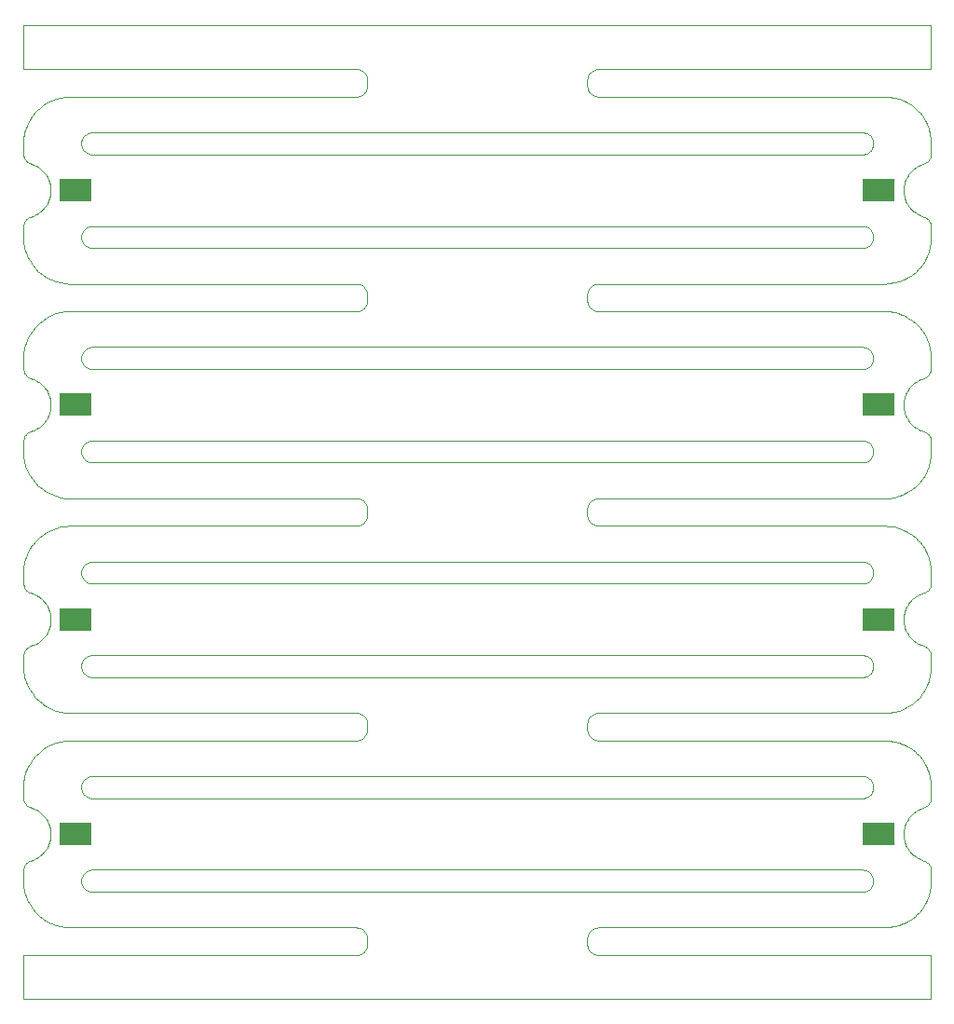
<source format=gbr>
G04 #@! TF.GenerationSoftware,KiCad,Pcbnew,5.1.5+dfsg1-2build2*
G04 #@! TF.CreationDate,2021-10-10T04:01:31+00:00*
G04 #@! TF.ProjectId,base_3.5,62617365-5f33-42e3-952e-6b696361645f,rev?*
G04 #@! TF.SameCoordinates,Original*
G04 #@! TF.FileFunction,Paste,Bot*
G04 #@! TF.FilePolarity,Positive*
%FSLAX46Y46*%
G04 Gerber Fmt 4.6, Leading zero omitted, Abs format (unit mm)*
G04 Created by KiCad (PCBNEW 5.1.5+dfsg1-2build2) date 2021-10-10 04:01:31*
%MOMM*%
%LPD*%
G04 APERTURE LIST*
G04 #@! TA.AperFunction,Profile*
%ADD10C,0.100000*%
G04 #@! TD*
%ADD11R,3.000000X2.000000*%
G04 APERTURE END LIST*
D10*
X126499900Y-102715900D02*
X126401100Y-102736200D01*
X126596400Y-102685700D02*
X126499900Y-102715900D01*
X126689300Y-102645900D02*
X126596400Y-102685700D01*
X126777600Y-102596800D02*
X126689300Y-102645900D01*
X126860800Y-102538900D02*
X126777600Y-102596800D01*
X126937500Y-102473100D02*
X126860800Y-102538900D01*
X127007100Y-102399800D02*
X126937500Y-102473100D01*
X127069000Y-102319900D02*
X127007100Y-102399800D01*
X127122400Y-102234100D02*
X127069000Y-102319900D01*
X127166900Y-102143400D02*
X127122400Y-102234100D01*
X127202000Y-102048600D02*
X127166900Y-102143400D01*
X127227300Y-101950700D02*
X127202000Y-102048600D01*
X127242600Y-101850800D02*
X127227300Y-101950700D01*
X127247700Y-101749900D02*
X127242600Y-101850800D01*
X127242600Y-101649200D02*
X127247700Y-101749900D01*
X127227300Y-101549300D02*
X127242600Y-101649200D01*
X127202000Y-101451500D02*
X127227300Y-101549300D01*
X127166900Y-101356700D02*
X127202000Y-101451500D01*
X127122400Y-101266000D02*
X127166900Y-101356700D01*
X127069000Y-101180200D02*
X127122400Y-101266000D01*
X127007100Y-101100300D02*
X127069000Y-101180200D01*
X126937300Y-101026800D02*
X127007100Y-101100300D01*
X126860600Y-100961000D02*
X126937300Y-101026800D01*
X126777600Y-100903300D02*
X126860600Y-100961000D01*
X126689300Y-100854200D02*
X126777600Y-100903300D01*
X126596600Y-100814500D02*
X126689300Y-100854200D01*
X126500200Y-100784200D02*
X126596600Y-100814500D01*
X126401200Y-100763800D02*
X126500200Y-100784200D01*
X126300700Y-100753600D02*
X126401200Y-100763800D01*
X126224800Y-100751000D02*
X126300700Y-100753600D01*
X56275400Y-100751000D02*
X126224800Y-100751000D01*
X56199200Y-100753600D02*
X56275400Y-100751000D01*
X56098800Y-100763800D02*
X56199200Y-100753600D01*
X55999800Y-100784200D02*
X56098800Y-100763800D01*
X55903400Y-100814500D02*
X55999800Y-100784200D01*
X55810500Y-100854300D02*
X55903400Y-100814500D01*
X55722100Y-100903400D02*
X55810500Y-100854300D01*
X55639200Y-100961100D02*
X55722100Y-100903400D01*
X55562500Y-101027000D02*
X55639200Y-100961100D01*
X55492900Y-101100300D02*
X55562500Y-101027000D01*
X55431000Y-101180200D02*
X55492900Y-101100300D01*
X55377600Y-101266000D02*
X55431000Y-101180200D01*
X55333100Y-101356700D02*
X55377600Y-101266000D01*
X55298100Y-101451200D02*
X55333100Y-101356700D01*
X55272700Y-101549100D02*
X55298100Y-101451200D01*
X55257400Y-101649000D02*
X55272700Y-101549100D01*
X55252300Y-101749900D02*
X55257400Y-101649000D01*
X55257400Y-101850800D02*
X55252300Y-101749900D01*
X55272700Y-101950700D02*
X55257400Y-101850800D01*
X55298000Y-102048600D02*
X55272700Y-101950700D01*
X55333100Y-102143400D02*
X55298000Y-102048600D01*
X55377600Y-102234100D02*
X55333100Y-102143400D01*
X55431000Y-102319900D02*
X55377600Y-102234100D01*
X55492900Y-102399800D02*
X55431000Y-102319900D01*
X55562500Y-102473100D02*
X55492900Y-102399800D01*
X55639200Y-102538900D02*
X55562500Y-102473100D01*
X55722100Y-102596700D02*
X55639200Y-102538900D01*
X55810500Y-102645700D02*
X55722100Y-102596700D01*
X55903400Y-102685600D02*
X55810500Y-102645700D01*
X55999800Y-102715900D02*
X55903400Y-102685600D01*
X56098800Y-102736200D02*
X55999800Y-102715900D01*
X56199300Y-102746500D02*
X56098800Y-102736200D01*
X56275200Y-102749000D02*
X56199300Y-102746500D01*
X126224900Y-102749000D02*
X56275200Y-102749000D01*
X126300500Y-102746500D02*
X126224900Y-102749000D01*
X126401100Y-102736200D02*
X126300500Y-102746500D01*
X126499900Y-94215900D02*
X126401100Y-94236200D01*
X126596400Y-94185700D02*
X126499900Y-94215900D01*
X126689300Y-94145900D02*
X126596400Y-94185700D01*
X126777600Y-94096800D02*
X126689300Y-94145900D01*
X126860800Y-94038900D02*
X126777600Y-94096800D01*
X126937500Y-93973100D02*
X126860800Y-94038900D01*
X127007100Y-93899800D02*
X126937500Y-93973100D01*
X127069000Y-93819900D02*
X127007100Y-93899800D01*
X127122400Y-93734100D02*
X127069000Y-93819900D01*
X127166900Y-93643400D02*
X127122400Y-93734100D01*
X127202000Y-93548600D02*
X127166900Y-93643400D01*
X127227300Y-93450700D02*
X127202000Y-93548600D01*
X127242600Y-93350800D02*
X127227300Y-93450700D01*
X127247700Y-93249900D02*
X127242600Y-93350800D01*
X127242600Y-93149200D02*
X127247700Y-93249900D01*
X127227300Y-93049300D02*
X127242600Y-93149200D01*
X127202000Y-92951500D02*
X127227300Y-93049300D01*
X127166900Y-92856700D02*
X127202000Y-92951500D01*
X127122400Y-92766000D02*
X127166900Y-92856700D01*
X127069000Y-92680200D02*
X127122400Y-92766000D01*
X127007100Y-92600300D02*
X127069000Y-92680200D01*
X126937300Y-92526800D02*
X127007100Y-92600300D01*
X126860600Y-92461000D02*
X126937300Y-92526800D01*
X126777600Y-92403300D02*
X126860600Y-92461000D01*
X126689300Y-92354200D02*
X126777600Y-92403300D01*
X126596600Y-92314500D02*
X126689300Y-92354200D01*
X126500200Y-92284200D02*
X126596600Y-92314500D01*
X126401200Y-92263800D02*
X126500200Y-92284200D01*
X126300700Y-92253600D02*
X126401200Y-92263800D01*
X126224800Y-92251000D02*
X126300700Y-92253600D01*
X56275400Y-92251000D02*
X126224800Y-92251000D01*
X56199200Y-92253600D02*
X56275400Y-92251000D01*
X56098800Y-92263800D02*
X56199200Y-92253600D01*
X55999800Y-92284200D02*
X56098800Y-92263800D01*
X55903400Y-92314500D02*
X55999800Y-92284200D01*
X55810500Y-92354300D02*
X55903400Y-92314500D01*
X55722100Y-92403400D02*
X55810500Y-92354300D01*
X55639200Y-92461100D02*
X55722100Y-92403400D01*
X55562500Y-92527000D02*
X55639200Y-92461100D01*
X55492900Y-92600300D02*
X55562500Y-92527000D01*
X55431000Y-92680200D02*
X55492900Y-92600300D01*
X55377600Y-92766000D02*
X55431000Y-92680200D01*
X55333100Y-92856700D02*
X55377600Y-92766000D01*
X55298100Y-92951200D02*
X55333100Y-92856700D01*
X55272700Y-93049100D02*
X55298100Y-92951200D01*
X55257400Y-93149000D02*
X55272700Y-93049100D01*
X55252300Y-93249900D02*
X55257400Y-93149000D01*
X55257400Y-93350800D02*
X55252300Y-93249900D01*
X55272700Y-93450700D02*
X55257400Y-93350800D01*
X55298000Y-93548600D02*
X55272700Y-93450700D01*
X55333100Y-93643400D02*
X55298000Y-93548600D01*
X55377600Y-93734100D02*
X55333100Y-93643400D01*
X55431000Y-93819900D02*
X55377600Y-93734100D01*
X55492900Y-93899800D02*
X55431000Y-93819900D01*
X55562500Y-93973100D02*
X55492900Y-93899800D01*
X55639200Y-94038900D02*
X55562500Y-93973100D01*
X55722100Y-94096700D02*
X55639200Y-94038900D01*
X55810500Y-94145700D02*
X55722100Y-94096700D01*
X55903400Y-94185600D02*
X55810500Y-94145700D01*
X55999800Y-94215900D02*
X55903400Y-94185600D01*
X56098800Y-94236200D02*
X55999800Y-94215900D01*
X56199300Y-94246500D02*
X56098800Y-94236200D01*
X56275200Y-94249000D02*
X56199300Y-94246500D01*
X126224900Y-94249000D02*
X56275200Y-94249000D01*
X126300500Y-94246500D02*
X126224900Y-94249000D01*
X126401100Y-94236200D02*
X126300500Y-94246500D01*
X126499900Y-83215900D02*
X126401000Y-83236200D01*
X126596400Y-83185700D02*
X126499900Y-83215900D01*
X126689300Y-83145800D02*
X126596400Y-83185700D01*
X126777600Y-83096800D02*
X126689300Y-83145800D01*
X126860800Y-83038900D02*
X126777600Y-83096800D01*
X126937500Y-82973100D02*
X126860800Y-83038900D01*
X127007100Y-82899800D02*
X126937500Y-82973100D01*
X127069000Y-82819900D02*
X127007100Y-82899800D01*
X127122400Y-82734100D02*
X127069000Y-82819900D01*
X127166900Y-82643300D02*
X127122400Y-82734100D01*
X127202000Y-82548600D02*
X127166900Y-82643300D01*
X127227300Y-82450700D02*
X127202000Y-82548600D01*
X127242600Y-82350800D02*
X127227300Y-82450700D01*
X127247700Y-82249900D02*
X127242600Y-82350800D01*
X127242600Y-82149200D02*
X127247700Y-82249900D01*
X127227300Y-82049300D02*
X127242600Y-82149200D01*
X127202000Y-81951500D02*
X127227300Y-82049300D01*
X127166900Y-81856700D02*
X127202000Y-81951500D01*
X127122400Y-81765900D02*
X127166900Y-81856700D01*
X127069000Y-81680200D02*
X127122400Y-81765900D01*
X127007100Y-81600200D02*
X127069000Y-81680200D01*
X126937300Y-81526800D02*
X127007100Y-81600200D01*
X126860600Y-81461000D02*
X126937300Y-81526800D01*
X126777600Y-81403200D02*
X126860600Y-81461000D01*
X126689300Y-81354200D02*
X126777600Y-81403200D01*
X126596600Y-81314500D02*
X126689300Y-81354200D01*
X126500200Y-81284200D02*
X126596600Y-81314500D01*
X126401200Y-81263800D02*
X126500200Y-81284200D01*
X126300700Y-81253600D02*
X126401200Y-81263800D01*
X126224800Y-81251000D02*
X126300700Y-81253600D01*
X56275300Y-81251000D02*
X126224800Y-81251000D01*
X56199200Y-81253600D02*
X56275300Y-81251000D01*
X56098800Y-81263800D02*
X56199200Y-81253600D01*
X55999800Y-81284200D02*
X56098800Y-81263800D01*
X55903400Y-81314500D02*
X55999800Y-81284200D01*
X55810500Y-81354300D02*
X55903400Y-81314500D01*
X55722100Y-81403400D02*
X55810500Y-81354300D01*
X55639200Y-81461100D02*
X55722100Y-81403400D01*
X55562500Y-81527000D02*
X55639200Y-81461100D01*
X55492900Y-81600200D02*
X55562500Y-81527000D01*
X55431000Y-81680200D02*
X55492900Y-81600200D01*
X55377600Y-81765900D02*
X55431000Y-81680200D01*
X55333100Y-81856700D02*
X55377600Y-81765900D01*
X55298100Y-81951200D02*
X55333100Y-81856700D01*
X55272700Y-82049000D02*
X55298100Y-81951200D01*
X55257400Y-82148900D02*
X55272700Y-82049000D01*
X55252300Y-82249900D02*
X55257400Y-82148900D01*
X55257400Y-82350800D02*
X55252300Y-82249900D01*
X55272700Y-82450700D02*
X55257400Y-82350800D01*
X55298000Y-82548600D02*
X55272700Y-82450700D01*
X55333100Y-82643300D02*
X55298000Y-82548600D01*
X55377600Y-82734100D02*
X55333100Y-82643300D01*
X55431000Y-82819900D02*
X55377600Y-82734100D01*
X55492900Y-82899800D02*
X55431000Y-82819900D01*
X55562500Y-82973100D02*
X55492900Y-82899800D01*
X55639200Y-83038900D02*
X55562500Y-82973100D01*
X55722100Y-83096700D02*
X55639200Y-83038900D01*
X55810500Y-83145700D02*
X55722100Y-83096700D01*
X55903400Y-83185600D02*
X55810500Y-83145700D01*
X55999800Y-83215800D02*
X55903400Y-83185600D01*
X56098800Y-83236200D02*
X55999800Y-83215800D01*
X56199300Y-83246400D02*
X56098800Y-83236200D01*
X56275200Y-83249000D02*
X56199300Y-83246400D01*
X126224800Y-83249000D02*
X56275200Y-83249000D01*
X126300600Y-83246400D02*
X126224800Y-83249000D01*
X126401000Y-83236200D02*
X126300600Y-83246400D01*
X126499900Y-74715900D02*
X126401000Y-74736200D01*
X126596400Y-74685700D02*
X126499900Y-74715900D01*
X126689300Y-74645800D02*
X126596400Y-74685700D01*
X126777600Y-74596800D02*
X126689300Y-74645800D01*
X126860800Y-74538900D02*
X126777600Y-74596800D01*
X126937500Y-74473100D02*
X126860800Y-74538900D01*
X127007100Y-74399800D02*
X126937500Y-74473100D01*
X127069000Y-74319900D02*
X127007100Y-74399800D01*
X127122400Y-74234100D02*
X127069000Y-74319900D01*
X127166900Y-74143300D02*
X127122400Y-74234100D01*
X127202000Y-74048600D02*
X127166900Y-74143300D01*
X127227300Y-73950700D02*
X127202000Y-74048600D01*
X127242600Y-73850800D02*
X127227300Y-73950700D01*
X127247700Y-73749900D02*
X127242600Y-73850800D01*
X127242600Y-73649200D02*
X127247700Y-73749900D01*
X127227300Y-73549300D02*
X127242600Y-73649200D01*
X127202000Y-73451500D02*
X127227300Y-73549300D01*
X127166900Y-73356700D02*
X127202000Y-73451500D01*
X127122400Y-73265900D02*
X127166900Y-73356700D01*
X127069000Y-73180200D02*
X127122400Y-73265900D01*
X127007100Y-73100200D02*
X127069000Y-73180200D01*
X126937300Y-73026800D02*
X127007100Y-73100200D01*
X126860600Y-72961000D02*
X126937300Y-73026800D01*
X126777600Y-72903200D02*
X126860600Y-72961000D01*
X126689300Y-72854200D02*
X126777600Y-72903200D01*
X126596600Y-72814500D02*
X126689300Y-72854200D01*
X126500200Y-72784200D02*
X126596600Y-72814500D01*
X126401200Y-72763800D02*
X126500200Y-72784200D01*
X126300700Y-72753600D02*
X126401200Y-72763800D01*
X126224800Y-72751000D02*
X126300700Y-72753600D01*
X56275300Y-72751000D02*
X126224800Y-72751000D01*
X56199200Y-72753600D02*
X56275300Y-72751000D01*
X56098800Y-72763800D02*
X56199200Y-72753600D01*
X55999800Y-72784200D02*
X56098800Y-72763800D01*
X55903400Y-72814500D02*
X55999800Y-72784200D01*
X55810500Y-72854300D02*
X55903400Y-72814500D01*
X55722100Y-72903400D02*
X55810500Y-72854300D01*
X55639200Y-72961100D02*
X55722100Y-72903400D01*
X55562500Y-73027000D02*
X55639200Y-72961100D01*
X55492900Y-73100200D02*
X55562500Y-73027000D01*
X55431000Y-73180200D02*
X55492900Y-73100200D01*
X55377600Y-73265900D02*
X55431000Y-73180200D01*
X55333100Y-73356700D02*
X55377600Y-73265900D01*
X55298100Y-73451200D02*
X55333100Y-73356700D01*
X55272700Y-73549000D02*
X55298100Y-73451200D01*
X55257400Y-73648900D02*
X55272700Y-73549000D01*
X55252300Y-73749900D02*
X55257400Y-73648900D01*
X55257400Y-73850800D02*
X55252300Y-73749900D01*
X55272700Y-73950700D02*
X55257400Y-73850800D01*
X55298000Y-74048600D02*
X55272700Y-73950700D01*
X55333100Y-74143300D02*
X55298000Y-74048600D01*
X55377600Y-74234100D02*
X55333100Y-74143300D01*
X55431000Y-74319900D02*
X55377600Y-74234100D01*
X55492900Y-74399800D02*
X55431000Y-74319900D01*
X55562500Y-74473100D02*
X55492900Y-74399800D01*
X55639200Y-74538900D02*
X55562500Y-74473100D01*
X55722100Y-74596700D02*
X55639200Y-74538900D01*
X55810500Y-74645700D02*
X55722100Y-74596700D01*
X55903400Y-74685600D02*
X55810500Y-74645700D01*
X55999800Y-74715800D02*
X55903400Y-74685600D01*
X56098800Y-74736200D02*
X55999800Y-74715800D01*
X56199300Y-74746400D02*
X56098800Y-74736200D01*
X56275200Y-74749000D02*
X56199300Y-74746400D01*
X126224800Y-74749000D02*
X56275200Y-74749000D01*
X126300600Y-74746400D02*
X126224800Y-74749000D01*
X126401000Y-74736200D02*
X126300600Y-74746400D01*
X126499900Y-63715900D02*
X126401000Y-63736200D01*
X126596400Y-63685700D02*
X126499900Y-63715900D01*
X126689300Y-63645800D02*
X126596400Y-63685700D01*
X126777600Y-63596800D02*
X126689300Y-63645800D01*
X126860600Y-63539100D02*
X126777600Y-63596800D01*
X126937300Y-63473200D02*
X126860600Y-63539100D01*
X127007100Y-63399800D02*
X126937300Y-63473200D01*
X127069000Y-63319900D02*
X127007100Y-63399800D01*
X127122300Y-63234300D02*
X127069000Y-63319900D01*
X127166800Y-63143600D02*
X127122300Y-63234300D01*
X127201900Y-63048800D02*
X127166800Y-63143600D01*
X127227300Y-62951000D02*
X127201900Y-63048800D01*
X127242600Y-62851100D02*
X127227300Y-62951000D01*
X127247700Y-62750100D02*
X127242600Y-62851100D01*
X127242600Y-62649200D02*
X127247700Y-62750100D01*
X127227300Y-62549300D02*
X127242600Y-62649200D01*
X127202000Y-62451500D02*
X127227300Y-62549300D01*
X127166900Y-62356700D02*
X127202000Y-62451500D01*
X127122400Y-62265900D02*
X127166900Y-62356700D01*
X127069000Y-62180200D02*
X127122400Y-62265900D01*
X127007100Y-62100200D02*
X127069000Y-62180200D01*
X126937300Y-62026800D02*
X127007100Y-62100200D01*
X126860600Y-61960900D02*
X126937300Y-62026800D01*
X126777900Y-61903400D02*
X126860600Y-61960900D01*
X126689500Y-61854300D02*
X126777900Y-61903400D01*
X126596600Y-61814400D02*
X126689500Y-61854300D01*
X126500200Y-61784200D02*
X126596600Y-61814400D01*
X126401200Y-61763800D02*
X126500200Y-61784200D01*
X126300700Y-61753600D02*
X126401200Y-61763800D01*
X126224800Y-61751000D02*
X126300700Y-61753600D01*
X56275200Y-61751000D02*
X126224800Y-61751000D01*
X56199300Y-61753600D02*
X56275200Y-61751000D01*
X56098800Y-61763800D02*
X56199300Y-61753600D01*
X55999800Y-61784200D02*
X56098800Y-61763800D01*
X55903400Y-61814400D02*
X55999800Y-61784200D01*
X55810500Y-61854300D02*
X55903400Y-61814400D01*
X55722100Y-61903400D02*
X55810500Y-61854300D01*
X55639200Y-61961100D02*
X55722100Y-61903400D01*
X55562500Y-62027000D02*
X55639200Y-61961100D01*
X55492900Y-62100200D02*
X55562500Y-62027000D01*
X55431000Y-62180200D02*
X55492900Y-62100200D01*
X55377600Y-62265900D02*
X55431000Y-62180200D01*
X55333100Y-62356700D02*
X55377600Y-62265900D01*
X55298000Y-62451500D02*
X55333100Y-62356700D01*
X55272700Y-62549000D02*
X55298000Y-62451500D01*
X55257400Y-62648900D02*
X55272700Y-62549000D01*
X55252300Y-62749900D02*
X55257400Y-62648900D01*
X55257400Y-62850800D02*
X55252300Y-62749900D01*
X55272700Y-62950700D02*
X55257400Y-62850800D01*
X55298000Y-63048500D02*
X55272700Y-62950700D01*
X55333100Y-63143300D02*
X55298000Y-63048500D01*
X55377600Y-63234100D02*
X55333100Y-63143300D01*
X55431000Y-63319900D02*
X55377600Y-63234100D01*
X55492900Y-63399800D02*
X55431000Y-63319900D01*
X55562500Y-63473000D02*
X55492900Y-63399800D01*
X55639200Y-63538900D02*
X55562500Y-63473000D01*
X55722100Y-63596600D02*
X55639200Y-63538900D01*
X55810500Y-63645700D02*
X55722100Y-63596600D01*
X55903400Y-63685600D02*
X55810500Y-63645700D01*
X55999800Y-63715800D02*
X55903400Y-63685600D01*
X56098800Y-63736200D02*
X55999800Y-63715800D01*
X56199300Y-63746400D02*
X56098800Y-63736200D01*
X56275200Y-63749000D02*
X56199300Y-63746400D01*
X126224800Y-63749000D02*
X56275200Y-63749000D01*
X126300700Y-63746400D02*
X126224800Y-63749000D01*
X126401000Y-63736200D02*
X126300700Y-63746400D01*
X126499900Y-55215900D02*
X126401000Y-55236200D01*
X126596400Y-55185700D02*
X126499900Y-55215900D01*
X126689300Y-55145800D02*
X126596400Y-55185700D01*
X126777600Y-55096800D02*
X126689300Y-55145800D01*
X126860600Y-55039100D02*
X126777600Y-55096800D01*
X126937300Y-54973200D02*
X126860600Y-55039100D01*
X127007100Y-54899800D02*
X126937300Y-54973200D01*
X127069000Y-54819900D02*
X127007100Y-54899800D01*
X127122300Y-54734300D02*
X127069000Y-54819900D01*
X127166800Y-54643600D02*
X127122300Y-54734300D01*
X127201900Y-54548800D02*
X127166800Y-54643600D01*
X127227300Y-54451000D02*
X127201900Y-54548800D01*
X127242600Y-54351100D02*
X127227300Y-54451000D01*
X127247700Y-54250100D02*
X127242600Y-54351100D01*
X127242600Y-54149200D02*
X127247700Y-54250100D01*
X127227300Y-54049300D02*
X127242600Y-54149200D01*
X127202000Y-53951500D02*
X127227300Y-54049300D01*
X127166900Y-53856700D02*
X127202000Y-53951500D01*
X127122400Y-53765900D02*
X127166900Y-53856700D01*
X127069000Y-53680200D02*
X127122400Y-53765900D01*
X127007100Y-53600200D02*
X127069000Y-53680200D01*
X126937300Y-53526800D02*
X127007100Y-53600200D01*
X126860600Y-53460900D02*
X126937300Y-53526800D01*
X126777900Y-53403400D02*
X126860600Y-53460900D01*
X126689500Y-53354300D02*
X126777900Y-53403400D01*
X126596600Y-53314400D02*
X126689500Y-53354300D01*
X126500200Y-53284200D02*
X126596600Y-53314400D01*
X126401200Y-53263800D02*
X126500200Y-53284200D01*
X126300700Y-53253600D02*
X126401200Y-53263800D01*
X126224800Y-53251000D02*
X126300700Y-53253600D01*
X56275200Y-53251000D02*
X126224800Y-53251000D01*
X56199300Y-53253600D02*
X56275200Y-53251000D01*
X56098800Y-53263800D02*
X56199300Y-53253600D01*
X55999800Y-53284200D02*
X56098800Y-53263800D01*
X55903400Y-53314400D02*
X55999800Y-53284200D01*
X55810500Y-53354300D02*
X55903400Y-53314400D01*
X55722100Y-53403400D02*
X55810500Y-53354300D01*
X55639200Y-53461100D02*
X55722100Y-53403400D01*
X55562500Y-53527000D02*
X55639200Y-53461100D01*
X55492900Y-53600200D02*
X55562500Y-53527000D01*
X55431000Y-53680200D02*
X55492900Y-53600200D01*
X55377600Y-53765900D02*
X55431000Y-53680200D01*
X55333100Y-53856700D02*
X55377600Y-53765900D01*
X55298000Y-53951500D02*
X55333100Y-53856700D01*
X55272700Y-54049000D02*
X55298000Y-53951500D01*
X55257400Y-54148900D02*
X55272700Y-54049000D01*
X55252300Y-54249900D02*
X55257400Y-54148900D01*
X55257400Y-54350800D02*
X55252300Y-54249900D01*
X55272700Y-54450700D02*
X55257400Y-54350800D01*
X55298000Y-54548500D02*
X55272700Y-54450700D01*
X55333100Y-54643300D02*
X55298000Y-54548500D01*
X55377600Y-54734100D02*
X55333100Y-54643300D01*
X55431000Y-54819900D02*
X55377600Y-54734100D01*
X55492900Y-54899800D02*
X55431000Y-54819900D01*
X55562500Y-54973000D02*
X55492900Y-54899800D01*
X55639200Y-55038900D02*
X55562500Y-54973000D01*
X55722100Y-55096600D02*
X55639200Y-55038900D01*
X55810500Y-55145700D02*
X55722100Y-55096600D01*
X55903400Y-55185600D02*
X55810500Y-55145700D01*
X55999800Y-55215800D02*
X55903400Y-55185600D01*
X56098800Y-55236200D02*
X55999800Y-55215800D01*
X56199300Y-55246400D02*
X56098800Y-55236200D01*
X56275200Y-55249000D02*
X56199300Y-55246400D01*
X126224800Y-55249000D02*
X56275200Y-55249000D01*
X126300700Y-55246400D02*
X126224800Y-55249000D01*
X126401000Y-55236200D02*
X126300700Y-55246400D01*
X126500200Y-122215900D02*
X126400700Y-122236300D01*
X126596600Y-122185600D02*
X126500200Y-122215900D01*
X126689500Y-122145700D02*
X126596600Y-122185600D01*
X126777900Y-122096700D02*
X126689500Y-122145700D01*
X126860800Y-122038900D02*
X126777900Y-122096700D01*
X126937500Y-121973100D02*
X126860800Y-122038900D01*
X127007100Y-121899800D02*
X126937500Y-121973100D01*
X127069000Y-121819900D02*
X127007100Y-121899800D01*
X127122400Y-121734100D02*
X127069000Y-121819900D01*
X127166900Y-121643400D02*
X127122400Y-121734100D01*
X127202000Y-121548600D02*
X127166900Y-121643400D01*
X127227300Y-121450800D02*
X127202000Y-121548600D01*
X127242600Y-121350900D02*
X127227300Y-121450800D01*
X127247700Y-121249900D02*
X127242600Y-121350900D01*
X127242600Y-121149300D02*
X127247700Y-121249900D01*
X127227300Y-121049300D02*
X127242600Y-121149300D01*
X127202000Y-120951500D02*
X127227300Y-121049300D01*
X127166900Y-120856700D02*
X127202000Y-120951500D01*
X127122400Y-120766000D02*
X127166900Y-120856700D01*
X127069000Y-120680200D02*
X127122400Y-120766000D01*
X127007100Y-120600300D02*
X127069000Y-120680200D01*
X126937300Y-120526800D02*
X127007100Y-120600300D01*
X126860600Y-120461000D02*
X126937300Y-120526800D01*
X126777600Y-120403300D02*
X126860600Y-120461000D01*
X126689300Y-120354200D02*
X126777600Y-120403300D01*
X126596600Y-120314500D02*
X126689300Y-120354200D01*
X126500200Y-120284200D02*
X126596600Y-120314500D01*
X126401200Y-120263900D02*
X126500200Y-120284200D01*
X126300700Y-120253600D02*
X126401200Y-120263900D01*
X126224800Y-120251100D02*
X126300700Y-120253600D01*
X56275000Y-120251100D02*
X126224800Y-120251100D01*
X56199600Y-120253600D02*
X56275000Y-120251100D01*
X56098800Y-120263900D02*
X56199600Y-120253600D01*
X55999800Y-120284200D02*
X56098800Y-120263900D01*
X55903400Y-120314500D02*
X55999800Y-120284200D01*
X55810500Y-120354400D02*
X55903400Y-120314500D01*
X55722100Y-120403400D02*
X55810500Y-120354400D01*
X55639200Y-120461200D02*
X55722100Y-120403400D01*
X55562500Y-120527000D02*
X55639200Y-120461200D01*
X55492900Y-120600300D02*
X55562500Y-120527000D01*
X55431000Y-120680200D02*
X55492900Y-120600300D01*
X55377600Y-120766000D02*
X55431000Y-120680200D01*
X55333100Y-120856700D02*
X55377600Y-120766000D01*
X55298100Y-120951200D02*
X55333100Y-120856700D01*
X55272700Y-121049100D02*
X55298100Y-120951200D01*
X55257400Y-121149000D02*
X55272700Y-121049100D01*
X55252300Y-121249900D02*
X55257400Y-121149000D01*
X55257400Y-121350900D02*
X55252300Y-121249900D01*
X55272700Y-121450800D02*
X55257400Y-121350900D01*
X55298000Y-121548600D02*
X55272700Y-121450800D01*
X55333100Y-121643400D02*
X55298000Y-121548600D01*
X55377600Y-121734100D02*
X55333100Y-121643400D01*
X55431000Y-121819900D02*
X55377600Y-121734100D01*
X55492900Y-121899800D02*
X55431000Y-121819900D01*
X55562500Y-121973100D02*
X55492900Y-121899800D01*
X55639200Y-122038900D02*
X55562500Y-121973100D01*
X55722100Y-122096700D02*
X55639200Y-122038900D01*
X55810500Y-122145700D02*
X55722100Y-122096700D01*
X55903400Y-122185600D02*
X55810500Y-122145700D01*
X55999800Y-122215900D02*
X55903400Y-122185600D01*
X56098800Y-122236200D02*
X55999800Y-122215900D01*
X56199300Y-122246500D02*
X56098800Y-122236200D01*
X56275200Y-122249100D02*
X56199300Y-122246500D01*
X126224500Y-122249100D02*
X56275200Y-122249100D01*
X126300900Y-122246500D02*
X126224500Y-122249100D01*
X126400700Y-122236300D02*
X126300900Y-122246500D01*
X126500200Y-113715900D02*
X126400700Y-113736300D01*
X126596600Y-113685600D02*
X126500200Y-113715900D01*
X126689500Y-113645700D02*
X126596600Y-113685600D01*
X126777900Y-113596700D02*
X126689500Y-113645700D01*
X126860800Y-113538900D02*
X126777900Y-113596700D01*
X126937500Y-113473100D02*
X126860800Y-113538900D01*
X127007100Y-113399800D02*
X126937500Y-113473100D01*
X127069000Y-113319900D02*
X127007100Y-113399800D01*
X127122400Y-113234100D02*
X127069000Y-113319900D01*
X127166900Y-113143400D02*
X127122400Y-113234100D01*
X127202000Y-113048600D02*
X127166900Y-113143400D01*
X127227300Y-112950800D02*
X127202000Y-113048600D01*
X127242600Y-112850900D02*
X127227300Y-112950800D01*
X127247700Y-112749900D02*
X127242600Y-112850900D01*
X127242600Y-112649300D02*
X127247700Y-112749900D01*
X127227300Y-112549300D02*
X127242600Y-112649300D01*
X127202000Y-112451500D02*
X127227300Y-112549300D01*
X127166900Y-112356700D02*
X127202000Y-112451500D01*
X127122400Y-112266000D02*
X127166900Y-112356700D01*
X127069000Y-112180200D02*
X127122400Y-112266000D01*
X127007100Y-112100300D02*
X127069000Y-112180200D01*
X126937300Y-112026800D02*
X127007100Y-112100300D01*
X126860600Y-111961000D02*
X126937300Y-112026800D01*
X126777600Y-111903300D02*
X126860600Y-111961000D01*
X126689300Y-111854200D02*
X126777600Y-111903300D01*
X126596600Y-111814500D02*
X126689300Y-111854200D01*
X126500200Y-111784200D02*
X126596600Y-111814500D01*
X126401200Y-111763900D02*
X126500200Y-111784200D01*
X126300700Y-111753600D02*
X126401200Y-111763900D01*
X126224800Y-111751100D02*
X126300700Y-111753600D01*
X56275000Y-111751100D02*
X126224800Y-111751100D01*
X56199600Y-111753600D02*
X56275000Y-111751100D01*
X56098800Y-111763900D02*
X56199600Y-111753600D01*
X55999800Y-111784200D02*
X56098800Y-111763900D01*
X55903400Y-111814500D02*
X55999800Y-111784200D01*
X55810500Y-111854400D02*
X55903400Y-111814500D01*
X55722100Y-111903400D02*
X55810500Y-111854400D01*
X55639200Y-111961200D02*
X55722100Y-111903400D01*
X55562500Y-112027000D02*
X55639200Y-111961200D01*
X55492900Y-112100300D02*
X55562500Y-112027000D01*
X55431000Y-112180200D02*
X55492900Y-112100300D01*
X55377600Y-112266000D02*
X55431000Y-112180200D01*
X55333100Y-112356700D02*
X55377600Y-112266000D01*
X55298100Y-112451200D02*
X55333100Y-112356700D01*
X55272700Y-112549100D02*
X55298100Y-112451200D01*
X55257400Y-112649000D02*
X55272700Y-112549100D01*
X55252300Y-112749900D02*
X55257400Y-112649000D01*
X55257400Y-112850900D02*
X55252300Y-112749900D01*
X55272700Y-112950800D02*
X55257400Y-112850900D01*
X55298000Y-113048600D02*
X55272700Y-112950800D01*
X55333100Y-113143400D02*
X55298000Y-113048600D01*
X55377600Y-113234100D02*
X55333100Y-113143400D01*
X55431000Y-113319900D02*
X55377600Y-113234100D01*
X55492900Y-113399800D02*
X55431000Y-113319900D01*
X55562500Y-113473100D02*
X55492900Y-113399800D01*
X55639200Y-113538900D02*
X55562500Y-113473100D01*
X55722100Y-113596700D02*
X55639200Y-113538900D01*
X55810500Y-113645700D02*
X55722100Y-113596700D01*
X55903400Y-113685600D02*
X55810500Y-113645700D01*
X55999800Y-113715900D02*
X55903400Y-113685600D01*
X56098800Y-113736200D02*
X55999800Y-113715900D01*
X56199300Y-113746500D02*
X56098800Y-113736200D01*
X56275200Y-113749100D02*
X56199300Y-113746500D01*
X126224500Y-113749100D02*
X56275200Y-113749100D01*
X126300900Y-113746500D02*
X126224500Y-113749100D01*
X126400700Y-113736300D02*
X126300900Y-113746500D01*
X132476500Y-43499000D02*
X50009200Y-43499700D01*
X132491800Y-43499800D02*
X132476500Y-43499000D01*
X132497700Y-43503000D02*
X132491800Y-43499800D01*
X132500200Y-43508200D02*
X132497700Y-43503000D01*
X132501000Y-43523500D02*
X132500200Y-43508200D01*
X132501000Y-47475500D02*
X132501000Y-43523500D01*
X132499700Y-47492700D02*
X132501000Y-47475500D01*
X132496300Y-47497400D02*
X132499700Y-47492700D01*
X132491800Y-47499200D02*
X132496300Y-47497400D01*
X102241300Y-47500000D02*
X132491800Y-47499200D01*
X102144000Y-47504800D02*
X102241300Y-47500000D01*
X102047900Y-47519000D02*
X102144000Y-47504800D01*
X101953600Y-47542600D02*
X102047900Y-47519000D01*
X101862200Y-47575400D02*
X101953600Y-47542600D01*
X101774300Y-47616900D02*
X101862200Y-47575400D01*
X101691000Y-47666900D02*
X101774300Y-47616900D01*
X101613000Y-47724700D02*
X101691000Y-47666900D01*
X101541000Y-47790000D02*
X101613000Y-47724700D01*
X101475700Y-47862000D02*
X101541000Y-47790000D01*
X101417900Y-47940000D02*
X101475700Y-47862000D01*
X101367900Y-48023300D02*
X101417900Y-47940000D01*
X101326400Y-48111100D02*
X101367900Y-48023300D01*
X101293700Y-48202600D02*
X101326400Y-48111100D01*
X101270000Y-48296900D02*
X101293700Y-48202600D01*
X101255800Y-48393000D02*
X101270000Y-48296900D01*
X101251000Y-48490200D02*
X101255800Y-48393000D01*
X101251000Y-49008800D02*
X101251000Y-48490200D01*
X101255800Y-49106000D02*
X101251000Y-49008800D01*
X101270000Y-49202100D02*
X101255800Y-49106000D01*
X101293700Y-49296400D02*
X101270000Y-49202100D01*
X101326400Y-49387900D02*
X101293700Y-49296400D01*
X101367900Y-49475700D02*
X101326400Y-49387900D01*
X101417900Y-49559000D02*
X101367900Y-49475700D01*
X101475700Y-49637000D02*
X101417900Y-49559000D01*
X101541000Y-49709000D02*
X101475700Y-49637000D01*
X101613000Y-49774300D02*
X101541000Y-49709000D01*
X101691000Y-49832100D02*
X101613000Y-49774300D01*
X101774300Y-49882100D02*
X101691000Y-49832100D01*
X101862200Y-49923600D02*
X101774300Y-49882100D01*
X101953600Y-49956400D02*
X101862200Y-49923600D01*
X102047900Y-49980000D02*
X101953600Y-49956400D01*
X102144000Y-49994200D02*
X102047900Y-49980000D01*
X102241300Y-49999000D02*
X102144000Y-49994200D01*
X128243400Y-49999000D02*
X102241300Y-49999000D01*
X128694100Y-50022600D02*
X128243400Y-49999000D01*
X129121100Y-50089900D02*
X128694100Y-50022600D01*
X129146500Y-50095300D02*
X129121100Y-50089900D01*
X129550900Y-50203600D02*
X129146500Y-50095300D01*
X129575900Y-50211800D02*
X129550900Y-50203600D01*
X129979200Y-50367000D02*
X129575900Y-50211800D01*
X130375600Y-50569000D02*
X129979200Y-50367000D01*
X130748300Y-50811000D02*
X130375600Y-50569000D01*
X131084200Y-51082600D02*
X130748300Y-50811000D01*
X131103800Y-51100200D02*
X131084200Y-51082600D01*
X131399800Y-51396200D02*
X131103800Y-51100200D01*
X131417400Y-51415700D02*
X131399800Y-51396200D01*
X131689000Y-51751800D02*
X131417400Y-51415700D01*
X131931100Y-52124500D02*
X131689000Y-51751800D01*
X132133100Y-52520900D02*
X131931100Y-52124500D01*
X132288200Y-52924100D02*
X132133100Y-52520900D01*
X132296300Y-52949100D02*
X132288200Y-52924100D01*
X132404700Y-53353400D02*
X132296300Y-52949100D01*
X132410200Y-53379100D02*
X132404700Y-53353400D01*
X132477400Y-53806000D02*
X132410200Y-53379100D01*
X132501000Y-54256500D02*
X132477400Y-53806000D01*
X132501000Y-55139700D02*
X132501000Y-54256500D01*
X132495900Y-55244100D02*
X132501000Y-55139700D01*
X132481400Y-55341600D02*
X132495900Y-55244100D01*
X132457200Y-55437700D02*
X132481400Y-55341600D01*
X132423900Y-55530500D02*
X132457200Y-55437700D01*
X132387300Y-55608200D02*
X132423900Y-55530500D01*
X132375600Y-55630000D02*
X132387300Y-55608200D01*
X132323700Y-55713800D02*
X132375600Y-55630000D01*
X132272100Y-55782500D02*
X132323700Y-55713800D01*
X132214100Y-55846600D02*
X132272100Y-55782500D01*
X132196500Y-55864100D02*
X132214100Y-55846600D01*
X132132400Y-55921400D02*
X132196500Y-55864100D01*
X132062800Y-55973000D02*
X132132400Y-55921400D01*
X131968400Y-56030200D02*
X132062800Y-55973000D01*
X131879100Y-56072000D02*
X131968400Y-56030200D01*
X131600100Y-56170700D02*
X131879100Y-56072000D01*
X131509400Y-56207800D02*
X131600100Y-56170700D01*
X131375300Y-56270600D02*
X131509400Y-56207800D01*
X131288700Y-56316400D02*
X131375300Y-56270600D01*
X131161400Y-56392000D02*
X131288700Y-56316400D01*
X131079800Y-56446200D02*
X131161400Y-56392000D01*
X130960600Y-56533900D02*
X131079800Y-56446200D01*
X130884600Y-56595900D02*
X130960600Y-56533900D01*
X130774600Y-56694900D02*
X130884600Y-56595900D01*
X130705100Y-56764000D02*
X130774600Y-56694900D01*
X130605400Y-56873400D02*
X130705100Y-56764000D01*
X130543000Y-56949000D02*
X130605400Y-56873400D01*
X130454500Y-57067700D02*
X130543000Y-56949000D01*
X130399900Y-57149100D02*
X130454500Y-57067700D01*
X130323600Y-57275900D02*
X130399900Y-57149100D01*
X130277200Y-57362300D02*
X130323600Y-57275900D01*
X130213700Y-57496000D02*
X130277200Y-57362300D01*
X130176000Y-57586500D02*
X130213700Y-57496000D01*
X130126000Y-57725800D02*
X130176000Y-57586500D01*
X130097400Y-57819500D02*
X130126000Y-57725800D01*
X130061300Y-57963100D02*
X130097400Y-57819500D01*
X130042200Y-58059200D02*
X130061300Y-57963100D01*
X130020400Y-58205600D02*
X130042200Y-58059200D01*
X130010700Y-58303100D02*
X130020400Y-58205600D01*
X130003400Y-58451000D02*
X130010700Y-58303100D01*
X130003400Y-58549000D02*
X130003400Y-58451000D01*
X130010700Y-58696900D02*
X130003400Y-58549000D01*
X130020400Y-58794400D02*
X130010700Y-58696900D01*
X130042200Y-58940800D02*
X130020400Y-58794400D01*
X130061300Y-59036900D02*
X130042200Y-58940800D01*
X130097400Y-59180500D02*
X130061300Y-59036900D01*
X130126000Y-59274200D02*
X130097400Y-59180500D01*
X130176000Y-59413500D02*
X130126000Y-59274200D01*
X130213700Y-59504000D02*
X130176000Y-59413500D01*
X130277200Y-59637700D02*
X130213700Y-59504000D01*
X130323600Y-59724100D02*
X130277200Y-59637700D01*
X130399900Y-59850900D02*
X130323600Y-59724100D01*
X130454500Y-59932300D02*
X130399900Y-59850900D01*
X130543000Y-60051000D02*
X130454500Y-59932300D01*
X130605400Y-60126600D02*
X130543000Y-60051000D01*
X130705100Y-60236000D02*
X130605400Y-60126600D01*
X130774600Y-60305100D02*
X130705100Y-60236000D01*
X130884600Y-60404100D02*
X130774600Y-60305100D01*
X130960600Y-60466100D02*
X130884600Y-60404100D01*
X131079800Y-60553800D02*
X130960600Y-60466100D01*
X131161500Y-60608000D02*
X131079800Y-60553800D01*
X131288700Y-60683600D02*
X131161500Y-60608000D01*
X131375300Y-60729500D02*
X131288700Y-60683600D01*
X131509400Y-60792200D02*
X131375300Y-60729500D01*
X131600100Y-60829300D02*
X131509400Y-60792200D01*
X131878700Y-60927800D02*
X131600100Y-60829300D01*
X131957100Y-60964100D02*
X131878700Y-60927800D01*
X131978900Y-60975700D02*
X131957100Y-60964100D01*
X132052700Y-61019900D02*
X131978900Y-60975700D01*
X132122500Y-61070900D02*
X132052700Y-61019900D01*
X132141700Y-61086500D02*
X132122500Y-61070900D01*
X132205400Y-61144300D02*
X132141700Y-61086500D01*
X132263800Y-61207900D02*
X132205400Y-61144300D01*
X132279400Y-61226800D02*
X132263800Y-61207900D01*
X132337500Y-61306700D02*
X132279400Y-61226800D01*
X132381600Y-61380600D02*
X132337500Y-61306700D01*
X132418900Y-61458500D02*
X132381600Y-61380600D01*
X132428400Y-61481300D02*
X132418900Y-61458500D01*
X132460600Y-61574500D02*
X132428400Y-61481300D01*
X132481400Y-61658400D02*
X132460600Y-61574500D01*
X132496700Y-61767700D02*
X132481400Y-61658400D01*
X132501000Y-61860300D02*
X132496700Y-61767700D01*
X132501000Y-62743400D02*
X132501000Y-61860300D01*
X132477400Y-63194100D02*
X132501000Y-62743400D01*
X132407800Y-63633500D02*
X132477400Y-63194100D01*
X132292500Y-64063800D02*
X132407800Y-63633500D01*
X132138200Y-64466700D02*
X132292500Y-64063800D01*
X132127500Y-64490700D02*
X132138200Y-64466700D01*
X131937500Y-64863800D02*
X132127500Y-64490700D01*
X131924300Y-64886500D02*
X131937500Y-64863800D01*
X131689000Y-65248300D02*
X131924300Y-64886500D01*
X131417400Y-65584200D02*
X131689000Y-65248300D01*
X131399800Y-65603800D02*
X131417400Y-65584200D01*
X131094400Y-65908700D02*
X131399800Y-65603800D01*
X130748700Y-66188700D02*
X131094400Y-65908700D01*
X130375500Y-66431100D02*
X130748700Y-66188700D01*
X129978600Y-66633300D02*
X130375500Y-66431100D01*
X129563700Y-66792500D02*
X129978600Y-66633300D01*
X129134000Y-66907700D02*
X129563700Y-66792500D01*
X128694500Y-66977300D02*
X129134000Y-66907700D01*
X128249900Y-67000900D02*
X128694500Y-66977300D01*
X102241300Y-67001000D02*
X128249900Y-67000900D01*
X102144000Y-67005800D02*
X102241300Y-67001000D01*
X102047900Y-67020000D02*
X102144000Y-67005800D01*
X101953600Y-67043600D02*
X102047900Y-67020000D01*
X101862200Y-67076400D02*
X101953600Y-67043600D01*
X101774300Y-67117900D02*
X101862200Y-67076400D01*
X101691000Y-67167900D02*
X101774300Y-67117900D01*
X101613000Y-67225700D02*
X101691000Y-67167900D01*
X101541000Y-67291000D02*
X101613000Y-67225700D01*
X101475700Y-67363000D02*
X101541000Y-67291000D01*
X101417900Y-67441000D02*
X101475700Y-67363000D01*
X101367900Y-67524300D02*
X101417900Y-67441000D01*
X101326400Y-67612100D02*
X101367900Y-67524300D01*
X101293700Y-67703600D02*
X101326400Y-67612100D01*
X101270000Y-67797900D02*
X101293700Y-67703600D01*
X101255800Y-67894000D02*
X101270000Y-67797900D01*
X101251000Y-67991200D02*
X101255800Y-67894000D01*
X101251000Y-68508800D02*
X101251000Y-67991200D01*
X101255800Y-68606000D02*
X101251000Y-68508800D01*
X101270000Y-68702100D02*
X101255800Y-68606000D01*
X101293700Y-68796400D02*
X101270000Y-68702100D01*
X101326400Y-68887900D02*
X101293700Y-68796400D01*
X101367900Y-68975700D02*
X101326400Y-68887900D01*
X101417900Y-69059000D02*
X101367900Y-68975700D01*
X101475700Y-69137000D02*
X101417900Y-69059000D01*
X101541000Y-69209000D02*
X101475700Y-69137000D01*
X101613000Y-69274300D02*
X101541000Y-69209000D01*
X101691000Y-69332200D02*
X101613000Y-69274300D01*
X101774300Y-69382100D02*
X101691000Y-69332200D01*
X101862200Y-69423600D02*
X101774300Y-69382100D01*
X101953600Y-69456400D02*
X101862200Y-69423600D01*
X102047900Y-69480000D02*
X101953600Y-69456400D01*
X102144000Y-69494200D02*
X102047900Y-69480000D01*
X102241300Y-69499000D02*
X102144000Y-69494200D01*
X128243400Y-69499000D02*
X102241300Y-69499000D01*
X128694600Y-69522700D02*
X128243400Y-69499000D01*
X129134000Y-69592300D02*
X128694600Y-69522700D01*
X129550900Y-69703700D02*
X129134000Y-69592300D01*
X129575900Y-69711800D02*
X129550900Y-69703700D01*
X129966700Y-69861800D02*
X129575900Y-69711800D01*
X129990700Y-69872500D02*
X129966700Y-69861800D01*
X130375100Y-70068700D02*
X129990700Y-69872500D01*
X130737600Y-70303700D02*
X130375100Y-70068700D01*
X130758900Y-70319200D02*
X130737600Y-70303700D01*
X131094100Y-70591000D02*
X130758900Y-70319200D01*
X131408700Y-70905600D02*
X131094100Y-70591000D01*
X131688700Y-71251400D02*
X131408700Y-70905600D01*
X131931300Y-71624900D02*
X131688700Y-71251400D01*
X132133100Y-72020900D02*
X131931300Y-71624900D01*
X132288200Y-72424100D02*
X132133100Y-72020900D01*
X132296300Y-72449100D02*
X132288200Y-72424100D01*
X132404700Y-72853500D02*
X132296300Y-72449100D01*
X132410200Y-72879200D02*
X132404700Y-72853500D01*
X132477400Y-73306000D02*
X132410200Y-72879200D01*
X132500900Y-73750100D02*
X132477400Y-73306000D01*
X132500900Y-74646100D02*
X132500900Y-73750100D01*
X132495900Y-74744100D02*
X132500900Y-74646100D01*
X132483400Y-74829700D02*
X132495900Y-74744100D01*
X132478600Y-74853900D02*
X132483400Y-74829700D01*
X132457300Y-74937200D02*
X132478600Y-74853900D01*
X132428400Y-75018700D02*
X132457300Y-74937200D01*
X132418900Y-75041500D02*
X132428400Y-75018700D01*
X132381500Y-75119500D02*
X132418900Y-75041500D01*
X132330900Y-75203500D02*
X132381500Y-75119500D01*
X132272100Y-75282600D02*
X132330900Y-75203500D01*
X132214100Y-75346600D02*
X132272100Y-75282600D01*
X132196500Y-75364100D02*
X132214100Y-75346600D01*
X132132100Y-75421700D02*
X132196500Y-75364100D01*
X132052700Y-75480100D02*
X132132100Y-75421700D01*
X131957300Y-75535800D02*
X132052700Y-75480100D01*
X131878600Y-75572200D02*
X131957300Y-75535800D01*
X131600100Y-75670700D02*
X131878600Y-75572200D01*
X131509400Y-75707800D02*
X131600100Y-75670700D01*
X131375300Y-75770600D02*
X131509400Y-75707800D01*
X131288700Y-75816400D02*
X131375300Y-75770600D01*
X131161400Y-75892000D02*
X131288700Y-75816400D01*
X131079800Y-75946200D02*
X131161400Y-75892000D01*
X130960600Y-76033900D02*
X131079800Y-75946200D01*
X130884600Y-76095900D02*
X130960600Y-76033900D01*
X130774600Y-76194900D02*
X130884600Y-76095900D01*
X130705100Y-76264000D02*
X130774600Y-76194900D01*
X130605400Y-76373400D02*
X130705100Y-76264000D01*
X130543000Y-76449000D02*
X130605400Y-76373400D01*
X130454500Y-76567700D02*
X130543000Y-76449000D01*
X130399900Y-76649100D02*
X130454500Y-76567700D01*
X130323600Y-76775900D02*
X130399900Y-76649100D01*
X130277200Y-76862300D02*
X130323600Y-76775900D01*
X130213700Y-76996000D02*
X130277200Y-76862300D01*
X130176000Y-77086500D02*
X130213700Y-76996000D01*
X130126000Y-77225800D02*
X130176000Y-77086500D01*
X130097400Y-77319500D02*
X130126000Y-77225800D01*
X130061300Y-77463100D02*
X130097400Y-77319500D01*
X130042200Y-77559200D02*
X130061300Y-77463100D01*
X130020400Y-77705600D02*
X130042200Y-77559200D01*
X130010700Y-77803200D02*
X130020400Y-77705600D01*
X130003400Y-77951000D02*
X130010700Y-77803200D01*
X130003400Y-78049000D02*
X130003400Y-77951000D01*
X130010700Y-78196900D02*
X130003400Y-78049000D01*
X130020400Y-78294400D02*
X130010700Y-78196900D01*
X130042200Y-78440800D02*
X130020400Y-78294400D01*
X130061300Y-78536900D02*
X130042200Y-78440800D01*
X130097400Y-78680500D02*
X130061300Y-78536900D01*
X130126000Y-78774200D02*
X130097400Y-78680500D01*
X130176000Y-78913600D02*
X130126000Y-78774200D01*
X130213700Y-79004100D02*
X130176000Y-78913600D01*
X130277200Y-79137800D02*
X130213700Y-79004100D01*
X130323600Y-79224100D02*
X130277200Y-79137800D01*
X130399900Y-79350900D02*
X130323600Y-79224100D01*
X130454500Y-79432300D02*
X130399900Y-79350900D01*
X130543000Y-79551000D02*
X130454500Y-79432300D01*
X130605400Y-79626600D02*
X130543000Y-79551000D01*
X130705100Y-79736000D02*
X130605400Y-79626600D01*
X130774600Y-79805100D02*
X130705100Y-79736000D01*
X130884600Y-79904200D02*
X130774600Y-79805100D01*
X130960600Y-79966100D02*
X130884600Y-79904200D01*
X131079800Y-80053900D02*
X130960600Y-79966100D01*
X131161500Y-80108000D02*
X131079800Y-80053900D01*
X131288700Y-80183600D02*
X131161500Y-80108000D01*
X131375300Y-80229500D02*
X131288700Y-80183600D01*
X131509400Y-80292200D02*
X131375300Y-80229500D01*
X131600100Y-80329300D02*
X131509400Y-80292200D01*
X131879100Y-80428000D02*
X131600100Y-80329300D01*
X131968400Y-80469800D02*
X131879100Y-80428000D01*
X132062800Y-80527000D02*
X131968400Y-80469800D01*
X132141700Y-80586500D02*
X132062800Y-80527000D01*
X132205400Y-80644300D02*
X132141700Y-80586500D01*
X132263800Y-80707900D02*
X132205400Y-80644300D01*
X132279500Y-80727000D02*
X132263800Y-80707900D01*
X132330700Y-80796100D02*
X132279500Y-80727000D01*
X132381600Y-80880600D02*
X132330700Y-80796100D01*
X132423900Y-80969600D02*
X132381600Y-80880600D01*
X132457400Y-81062800D02*
X132423900Y-80969600D01*
X132481400Y-81158400D02*
X132457400Y-81062800D01*
X132494300Y-81243400D02*
X132481400Y-81158400D01*
X132496800Y-81268000D02*
X132494300Y-81243400D01*
X132501000Y-81360300D02*
X132496800Y-81268000D01*
X132500900Y-82249900D02*
X132501000Y-81360300D01*
X132477300Y-82694600D02*
X132500900Y-82249900D01*
X132407700Y-83134100D02*
X132477300Y-82694600D01*
X132296400Y-83550900D02*
X132407700Y-83134100D01*
X132288200Y-83575900D02*
X132296400Y-83550900D01*
X132138200Y-83966800D02*
X132288200Y-83575900D01*
X132127500Y-83990800D02*
X132138200Y-83966800D01*
X131931300Y-84375100D02*
X132127500Y-83990800D01*
X131696300Y-84737600D02*
X131931300Y-84375100D01*
X131680900Y-84758900D02*
X131696300Y-84737600D01*
X131409000Y-85094100D02*
X131680900Y-84758900D01*
X131094400Y-85408700D02*
X131409000Y-85094100D01*
X130748200Y-85689000D02*
X131094400Y-85408700D01*
X130386500Y-85924300D02*
X130748200Y-85689000D01*
X130363800Y-85937500D02*
X130386500Y-85924300D01*
X129990800Y-86127500D02*
X130363800Y-85937500D01*
X129966800Y-86138200D02*
X129990800Y-86127500D01*
X129563700Y-86292600D02*
X129966800Y-86138200D01*
X129146600Y-86404700D02*
X129563700Y-86292600D01*
X129120900Y-86410200D02*
X129146600Y-86404700D01*
X128694500Y-86477400D02*
X129120900Y-86410200D01*
X128249900Y-86500900D02*
X128694500Y-86477400D01*
X102241300Y-86501000D02*
X128249900Y-86500900D01*
X102144000Y-86505800D02*
X102241300Y-86501000D01*
X102047900Y-86520000D02*
X102144000Y-86505800D01*
X101953600Y-86543700D02*
X102047900Y-86520000D01*
X101862200Y-86576400D02*
X101953600Y-86543700D01*
X101774300Y-86617900D02*
X101862200Y-86576400D01*
X101691000Y-86667900D02*
X101774300Y-86617900D01*
X101613000Y-86725700D02*
X101691000Y-86667900D01*
X101541000Y-86791000D02*
X101613000Y-86725700D01*
X101475700Y-86863000D02*
X101541000Y-86791000D01*
X101417900Y-86941000D02*
X101475700Y-86863000D01*
X101367900Y-87024300D02*
X101417900Y-86941000D01*
X101326400Y-87112200D02*
X101367900Y-87024300D01*
X101293700Y-87203600D02*
X101326400Y-87112200D01*
X101270000Y-87297900D02*
X101293700Y-87203600D01*
X101255800Y-87394000D02*
X101270000Y-87297900D01*
X101251000Y-87491300D02*
X101255800Y-87394000D01*
X101251000Y-88008800D02*
X101251000Y-87491300D01*
X101255800Y-88106000D02*
X101251000Y-88008800D01*
X101270000Y-88202100D02*
X101255800Y-88106000D01*
X101293700Y-88296400D02*
X101270000Y-88202100D01*
X101326400Y-88387900D02*
X101293700Y-88296400D01*
X101367900Y-88475700D02*
X101326400Y-88387900D01*
X101417900Y-88559000D02*
X101367900Y-88475700D01*
X101475700Y-88637100D02*
X101417900Y-88559000D01*
X101541000Y-88709000D02*
X101475700Y-88637100D01*
X101613000Y-88774300D02*
X101541000Y-88709000D01*
X101691000Y-88832200D02*
X101613000Y-88774300D01*
X101774300Y-88882100D02*
X101691000Y-88832200D01*
X101862200Y-88923600D02*
X101774300Y-88882100D01*
X101953600Y-88956400D02*
X101862200Y-88923600D01*
X102047900Y-88980000D02*
X101953600Y-88956400D01*
X102144000Y-88994200D02*
X102047900Y-88980000D01*
X102241300Y-88999000D02*
X102144000Y-88994200D01*
X128249900Y-88999100D02*
X102241300Y-88999000D01*
X128681200Y-89021600D02*
X128249900Y-88999100D01*
X128707300Y-89024400D02*
X128681200Y-89021600D01*
X129133500Y-89092200D02*
X128707300Y-89024400D01*
X129550900Y-89203700D02*
X129133500Y-89092200D01*
X129575900Y-89211800D02*
X129550900Y-89203700D01*
X129978700Y-89366800D02*
X129575900Y-89211800D01*
X130375100Y-89568700D02*
X129978700Y-89366800D01*
X130748700Y-89811400D02*
X130375100Y-89568700D01*
X131084200Y-90082600D02*
X130748700Y-89811400D01*
X131103800Y-90100200D02*
X131084200Y-90082600D01*
X131399800Y-90396200D02*
X131103800Y-90100200D01*
X131417400Y-90415800D02*
X131399800Y-90396200D01*
X131688700Y-90751400D02*
X131417400Y-90415800D01*
X131924300Y-91113500D02*
X131688700Y-90751400D01*
X131937400Y-91136200D02*
X131924300Y-91113500D01*
X132133100Y-91520900D02*
X131937400Y-91136200D01*
X132292500Y-91936300D02*
X132133100Y-91520900D01*
X132407800Y-92366600D02*
X132292500Y-91936300D01*
X132475700Y-92792700D02*
X132407800Y-92366600D01*
X132478400Y-92818500D02*
X132475700Y-92792700D01*
X132501000Y-93256400D02*
X132478400Y-92818500D01*
X132501000Y-94139700D02*
X132501000Y-93256400D01*
X132496800Y-94232000D02*
X132501000Y-94139700D01*
X132494300Y-94256700D02*
X132496800Y-94232000D01*
X132481400Y-94341700D02*
X132494300Y-94256700D01*
X132457300Y-94437300D02*
X132481400Y-94341700D01*
X132424000Y-94530000D02*
X132457300Y-94437300D01*
X132381500Y-94619500D02*
X132424000Y-94530000D01*
X132330700Y-94703900D02*
X132381500Y-94619500D01*
X132279600Y-94773000D02*
X132330700Y-94703900D01*
X132263800Y-94792100D02*
X132279600Y-94773000D01*
X132205700Y-94855400D02*
X132263800Y-94792100D01*
X132141700Y-94913500D02*
X132205700Y-94855400D01*
X132062800Y-94973100D02*
X132141700Y-94913500D01*
X131968400Y-95030300D02*
X132062800Y-94973100D01*
X131879100Y-95072000D02*
X131968400Y-95030300D01*
X131600100Y-95170800D02*
X131879100Y-95072000D01*
X131509400Y-95207900D02*
X131600100Y-95170800D01*
X131375300Y-95270600D02*
X131509400Y-95207900D01*
X131288700Y-95316400D02*
X131375300Y-95270600D01*
X131161400Y-95392000D02*
X131288700Y-95316400D01*
X131079800Y-95446200D02*
X131161400Y-95392000D01*
X130960600Y-95534000D02*
X131079800Y-95446200D01*
X130884600Y-95595900D02*
X130960600Y-95534000D01*
X130774600Y-95695000D02*
X130884600Y-95595900D01*
X130705100Y-95764100D02*
X130774600Y-95695000D01*
X130605400Y-95873500D02*
X130705100Y-95764100D01*
X130543000Y-95949100D02*
X130605400Y-95873500D01*
X130454500Y-96067800D02*
X130543000Y-95949100D01*
X130399900Y-96149100D02*
X130454500Y-96067800D01*
X130323600Y-96275900D02*
X130399900Y-96149100D01*
X130277200Y-96362300D02*
X130323600Y-96275900D01*
X130213700Y-96496000D02*
X130277200Y-96362300D01*
X130176000Y-96586500D02*
X130213700Y-96496000D01*
X130126000Y-96725800D02*
X130176000Y-96586500D01*
X130097400Y-96819600D02*
X130126000Y-96725800D01*
X130061300Y-96963100D02*
X130097400Y-96819600D01*
X130042200Y-97059200D02*
X130061300Y-96963100D01*
X130020400Y-97205600D02*
X130042200Y-97059200D01*
X130010700Y-97303200D02*
X130020400Y-97205600D01*
X130003400Y-97451000D02*
X130010700Y-97303200D01*
X130003400Y-97549000D02*
X130003400Y-97451000D01*
X130010700Y-97696900D02*
X130003400Y-97549000D01*
X130020400Y-97794400D02*
X130010700Y-97696900D01*
X130042200Y-97940800D02*
X130020400Y-97794400D01*
X130061300Y-98036900D02*
X130042200Y-97940800D01*
X130097400Y-98180500D02*
X130061300Y-98036900D01*
X130126000Y-98274300D02*
X130097400Y-98180500D01*
X130176000Y-98413600D02*
X130126000Y-98274300D01*
X130213700Y-98504100D02*
X130176000Y-98413600D01*
X130277200Y-98637800D02*
X130213700Y-98504100D01*
X130323600Y-98724100D02*
X130277200Y-98637800D01*
X130399900Y-98850900D02*
X130323600Y-98724100D01*
X130454500Y-98932300D02*
X130399900Y-98850900D01*
X130543000Y-99051000D02*
X130454500Y-98932300D01*
X130605400Y-99126600D02*
X130543000Y-99051000D01*
X130705100Y-99236000D02*
X130605400Y-99126600D01*
X130774600Y-99305100D02*
X130705100Y-99236000D01*
X130884600Y-99404200D02*
X130774600Y-99305100D01*
X130960600Y-99466100D02*
X130884600Y-99404200D01*
X131079800Y-99553900D02*
X130960600Y-99466100D01*
X131161500Y-99608000D02*
X131079800Y-99553900D01*
X131288700Y-99683600D02*
X131161500Y-99608000D01*
X131375300Y-99729500D02*
X131288700Y-99683600D01*
X131509400Y-99792200D02*
X131375300Y-99729500D01*
X131600100Y-99829300D02*
X131509400Y-99792200D01*
X131867300Y-99923500D02*
X131600100Y-99829300D01*
X131890200Y-99932900D02*
X131867300Y-99923500D01*
X131968000Y-99969600D02*
X131890200Y-99932900D01*
X132042400Y-100013500D02*
X131968000Y-99969600D01*
X132063000Y-100027100D02*
X132042400Y-100013500D01*
X132132500Y-100078700D02*
X132063000Y-100027100D01*
X132205400Y-100144300D02*
X132132500Y-100078700D01*
X132271800Y-100217100D02*
X132205400Y-100144300D01*
X132330700Y-100296200D02*
X132271800Y-100217100D01*
X132375500Y-100370000D02*
X132330700Y-100296200D01*
X132387200Y-100391800D02*
X132375500Y-100370000D01*
X132428400Y-100481400D02*
X132387200Y-100391800D01*
X132457400Y-100562900D02*
X132428400Y-100481400D01*
X132481400Y-100658500D02*
X132457400Y-100562900D01*
X132495800Y-100755500D02*
X132481400Y-100658500D01*
X132500900Y-100854200D02*
X132495800Y-100755500D01*
X132501000Y-101743400D02*
X132500900Y-100854200D01*
X132478400Y-102181500D02*
X132501000Y-101743400D01*
X132475700Y-102207400D02*
X132478400Y-102181500D01*
X132407800Y-102633600D02*
X132475700Y-102207400D01*
X132296400Y-103050900D02*
X132407800Y-102633600D01*
X132288200Y-103075900D02*
X132296400Y-103050900D01*
X132133300Y-103478700D02*
X132288200Y-103075900D01*
X131931300Y-103875200D02*
X132133300Y-103478700D01*
X131689000Y-104248300D02*
X131931300Y-103875200D01*
X131409000Y-104594100D02*
X131689000Y-104248300D01*
X131094400Y-104908700D02*
X131409000Y-104594100D01*
X130748700Y-105188700D02*
X131094400Y-104908700D01*
X130375500Y-105431100D02*
X130748700Y-105188700D01*
X129979100Y-105633100D02*
X130375500Y-105431100D01*
X129563700Y-105792600D02*
X129979100Y-105633100D01*
X129134000Y-105907800D02*
X129563700Y-105792600D01*
X128694500Y-105977400D02*
X129134000Y-105907800D01*
X128256600Y-106000700D02*
X128694500Y-105977400D01*
X102241300Y-106001000D02*
X128256600Y-106000700D01*
X102144000Y-106005800D02*
X102241300Y-106001000D01*
X102047900Y-106020100D02*
X102144000Y-106005800D01*
X101953600Y-106043700D02*
X102047900Y-106020100D01*
X101862200Y-106076400D02*
X101953600Y-106043700D01*
X101774300Y-106117900D02*
X101862200Y-106076400D01*
X101691000Y-106167900D02*
X101774300Y-106117900D01*
X101613000Y-106225800D02*
X101691000Y-106167900D01*
X101541000Y-106291000D02*
X101613000Y-106225800D01*
X101475700Y-106363000D02*
X101541000Y-106291000D01*
X101417900Y-106441000D02*
X101475700Y-106363000D01*
X101367900Y-106524300D02*
X101417900Y-106441000D01*
X101326400Y-106612200D02*
X101367900Y-106524300D01*
X101293700Y-106703600D02*
X101326400Y-106612200D01*
X101270000Y-106797900D02*
X101293700Y-106703600D01*
X101255800Y-106894000D02*
X101270000Y-106797900D01*
X101251000Y-106991300D02*
X101255800Y-106894000D01*
X101251000Y-107508800D02*
X101251000Y-106991300D01*
X101255800Y-107606100D02*
X101251000Y-107508800D01*
X101270000Y-107702200D02*
X101255800Y-107606100D01*
X101293700Y-107796500D02*
X101270000Y-107702200D01*
X101326400Y-107887900D02*
X101293700Y-107796500D01*
X101367900Y-107975800D02*
X101326400Y-107887900D01*
X101417900Y-108059100D02*
X101367900Y-107975800D01*
X101475700Y-108137100D02*
X101417900Y-108059100D01*
X101541000Y-108209100D02*
X101475700Y-108137100D01*
X101613000Y-108274400D02*
X101541000Y-108209100D01*
X101691000Y-108332200D02*
X101613000Y-108274400D01*
X101774300Y-108382200D02*
X101691000Y-108332200D01*
X101862200Y-108423700D02*
X101774300Y-108382200D01*
X101953600Y-108456400D02*
X101862200Y-108423700D01*
X102047900Y-108480000D02*
X101953600Y-108456400D01*
X102144000Y-108494300D02*
X102047900Y-108480000D01*
X102241300Y-108499100D02*
X102144000Y-108494300D01*
X128249900Y-108499200D02*
X102241300Y-108499100D01*
X128694600Y-108522700D02*
X128249900Y-108499200D01*
X129134000Y-108592300D02*
X128694600Y-108522700D01*
X129563800Y-108707500D02*
X129134000Y-108592300D01*
X129966700Y-108861800D02*
X129563800Y-108707500D01*
X129990700Y-108872500D02*
X129966700Y-108861800D01*
X130363800Y-109062600D02*
X129990700Y-108872500D01*
X130386500Y-109075700D02*
X130363800Y-109062600D01*
X130748300Y-109311100D02*
X130386500Y-109075700D01*
X131084200Y-109582700D02*
X130748300Y-109311100D01*
X131103800Y-109600200D02*
X131084200Y-109582700D01*
X131408700Y-109905600D02*
X131103800Y-109600200D01*
X131688700Y-110251400D02*
X131408700Y-109905600D01*
X131931300Y-110625000D02*
X131688700Y-110251400D01*
X132127500Y-111009300D02*
X131931300Y-110625000D01*
X132138200Y-111033300D02*
X132127500Y-111009300D01*
X132288200Y-111424100D02*
X132138200Y-111033300D01*
X132296300Y-111449100D02*
X132288200Y-111424100D01*
X132407700Y-111866100D02*
X132296300Y-111449100D01*
X132475700Y-112292700D02*
X132407700Y-111866100D01*
X132478400Y-112318800D02*
X132475700Y-112292700D01*
X132500900Y-112750200D02*
X132478400Y-112318800D01*
X132501000Y-113639800D02*
X132500900Y-112750200D01*
X132496800Y-113732100D02*
X132501000Y-113639800D01*
X132494300Y-113756700D02*
X132496800Y-113732100D01*
X132481400Y-113841700D02*
X132494300Y-113756700D01*
X132457300Y-113937300D02*
X132481400Y-113841700D01*
X132424000Y-114030100D02*
X132457300Y-113937300D01*
X132381800Y-114119100D02*
X132424000Y-114030100D01*
X132330700Y-114204000D02*
X132381800Y-114119100D01*
X132279600Y-114273000D02*
X132330700Y-114204000D01*
X132263800Y-114292100D02*
X132279600Y-114273000D01*
X132205700Y-114355500D02*
X132263800Y-114292100D01*
X132141700Y-114413500D02*
X132205700Y-114355500D01*
X132062800Y-114473100D02*
X132141700Y-114413500D01*
X131968400Y-114530300D02*
X132062800Y-114473100D01*
X131879100Y-114572100D02*
X131968400Y-114530300D01*
X131600100Y-114670800D02*
X131879100Y-114572100D01*
X131509400Y-114707900D02*
X131600100Y-114670800D01*
X131375300Y-114770600D02*
X131509400Y-114707900D01*
X131288700Y-114816500D02*
X131375300Y-114770600D01*
X131161400Y-114892100D02*
X131288700Y-114816500D01*
X131079800Y-114946200D02*
X131161400Y-114892100D01*
X130960600Y-115034000D02*
X131079800Y-114946200D01*
X130884600Y-115095900D02*
X130960600Y-115034000D01*
X130774600Y-115195000D02*
X130884600Y-115095900D01*
X130705100Y-115264100D02*
X130774600Y-115195000D01*
X130605400Y-115373500D02*
X130705100Y-115264100D01*
X130543000Y-115449100D02*
X130605400Y-115373500D01*
X130454500Y-115567800D02*
X130543000Y-115449100D01*
X130399900Y-115649100D02*
X130454500Y-115567800D01*
X130323600Y-115776000D02*
X130399900Y-115649100D01*
X130277200Y-115862300D02*
X130323600Y-115776000D01*
X130213700Y-115996000D02*
X130277200Y-115862300D01*
X130176000Y-116086500D02*
X130213700Y-115996000D01*
X130126000Y-116225800D02*
X130176000Y-116086500D01*
X130097400Y-116319600D02*
X130126000Y-116225800D01*
X130061300Y-116463100D02*
X130097400Y-116319600D01*
X130042200Y-116559300D02*
X130061300Y-116463100D01*
X130020400Y-116705700D02*
X130042200Y-116559300D01*
X130010700Y-116803200D02*
X130020400Y-116705700D01*
X130003400Y-116951000D02*
X130010700Y-116803200D01*
X130003400Y-117049100D02*
X130003400Y-116951000D01*
X130010700Y-117196900D02*
X130003400Y-117049100D01*
X130020400Y-117294400D02*
X130010700Y-117196900D01*
X130042200Y-117440900D02*
X130020400Y-117294400D01*
X130061300Y-117537000D02*
X130042200Y-117440900D01*
X130097400Y-117680500D02*
X130061300Y-117537000D01*
X130126000Y-117774300D02*
X130097400Y-117680500D01*
X130176000Y-117913600D02*
X130126000Y-117774300D01*
X130213700Y-118004100D02*
X130176000Y-117913600D01*
X130277200Y-118137800D02*
X130213700Y-118004100D01*
X130323600Y-118224100D02*
X130277200Y-118137800D01*
X130399900Y-118351000D02*
X130323600Y-118224100D01*
X130454500Y-118432300D02*
X130399900Y-118351000D01*
X130543000Y-118551000D02*
X130454500Y-118432300D01*
X130605400Y-118626600D02*
X130543000Y-118551000D01*
X130705100Y-118736000D02*
X130605400Y-118626600D01*
X130774600Y-118805100D02*
X130705100Y-118736000D01*
X130884600Y-118904200D02*
X130774600Y-118805100D01*
X130960600Y-118966100D02*
X130884600Y-118904200D01*
X131079800Y-119053900D02*
X130960600Y-118966100D01*
X131161500Y-119108000D02*
X131079800Y-119053900D01*
X131288700Y-119183600D02*
X131161500Y-119108000D01*
X131375300Y-119229500D02*
X131288700Y-119183600D01*
X131509400Y-119292200D02*
X131375300Y-119229500D01*
X131600100Y-119329300D02*
X131509400Y-119292200D01*
X131878700Y-119427900D02*
X131600100Y-119329300D01*
X131957300Y-119464300D02*
X131878700Y-119427900D01*
X132052700Y-119520000D02*
X131957300Y-119464300D01*
X132132100Y-119578400D02*
X132052700Y-119520000D01*
X132196500Y-119636000D02*
X132132100Y-119578400D01*
X132214100Y-119653400D02*
X132196500Y-119636000D01*
X132272100Y-119717500D02*
X132214100Y-119653400D01*
X132330700Y-119796200D02*
X132272100Y-119717500D01*
X132375500Y-119870000D02*
X132330700Y-119796200D01*
X132387200Y-119891800D02*
X132375500Y-119870000D01*
X132423900Y-119969600D02*
X132387200Y-119891800D01*
X132453400Y-120050900D02*
X132423900Y-119969600D01*
X132460600Y-120074500D02*
X132453400Y-120050900D01*
X132483400Y-120170400D02*
X132460600Y-120074500D01*
X132495900Y-120256000D02*
X132483400Y-120170400D01*
X132500900Y-120354300D02*
X132495900Y-120256000D01*
X132500900Y-121250000D02*
X132500900Y-120354300D01*
X132477300Y-121694700D02*
X132500900Y-121250000D01*
X132407800Y-122133600D02*
X132477300Y-121694700D01*
X132296400Y-122551000D02*
X132407800Y-122133600D01*
X132288200Y-122576000D02*
X132296400Y-122551000D01*
X132133300Y-122978700D02*
X132288200Y-122576000D01*
X131931000Y-123375600D02*
X132133300Y-122978700D01*
X131696300Y-123737700D02*
X131931000Y-123375600D01*
X131680900Y-123758900D02*
X131696300Y-123737700D01*
X131409000Y-124094100D02*
X131680900Y-123758900D01*
X131103800Y-124399800D02*
X131409000Y-124094100D01*
X131084300Y-124417400D02*
X131103800Y-124399800D01*
X130748700Y-124688800D02*
X131084300Y-124417400D01*
X130375100Y-124931400D02*
X130748700Y-124688800D01*
X129990800Y-125127600D02*
X130375100Y-124931400D01*
X129966800Y-125138200D02*
X129990800Y-125127600D01*
X129563700Y-125292600D02*
X129966800Y-125138200D01*
X129146600Y-125404800D02*
X129563700Y-125292600D01*
X129120900Y-125410200D02*
X129146600Y-125404800D01*
X128707100Y-125475700D02*
X129120900Y-125410200D01*
X128681200Y-125478500D02*
X128707100Y-125475700D01*
X128243500Y-125501100D02*
X128681200Y-125478500D01*
X102241300Y-125501100D02*
X128243500Y-125501100D01*
X102144000Y-125505800D02*
X102241300Y-125501100D01*
X102047900Y-125520100D02*
X102144000Y-125505800D01*
X101953600Y-125543700D02*
X102047900Y-125520100D01*
X101862200Y-125576400D02*
X101953600Y-125543700D01*
X101774300Y-125618000D02*
X101862200Y-125576400D01*
X101691000Y-125667900D02*
X101774300Y-125618000D01*
X101613000Y-125725800D02*
X101691000Y-125667900D01*
X101541000Y-125791000D02*
X101613000Y-125725800D01*
X101475700Y-125863000D02*
X101541000Y-125791000D01*
X101417900Y-125941100D02*
X101475700Y-125863000D01*
X101367900Y-126024400D02*
X101417900Y-125941100D01*
X101326400Y-126112200D02*
X101367900Y-126024400D01*
X101293700Y-126203700D02*
X101326400Y-126112200D01*
X101270000Y-126297900D02*
X101293700Y-126203700D01*
X101255800Y-126394000D02*
X101270000Y-126297900D01*
X101251000Y-126491300D02*
X101255800Y-126394000D01*
X101251000Y-127009800D02*
X101251000Y-126491300D01*
X101255800Y-127107100D02*
X101251000Y-127009800D01*
X101270000Y-127203200D02*
X101255800Y-127107100D01*
X101293700Y-127297400D02*
X101270000Y-127203200D01*
X101326400Y-127388900D02*
X101293700Y-127297400D01*
X101367900Y-127476700D02*
X101326400Y-127388900D01*
X101417900Y-127560100D02*
X101367900Y-127476700D01*
X101475700Y-127638100D02*
X101417900Y-127560100D01*
X101541000Y-127710100D02*
X101475700Y-127638100D01*
X101613000Y-127775300D02*
X101541000Y-127710100D01*
X101691000Y-127833200D02*
X101613000Y-127775300D01*
X101774300Y-127883200D02*
X101691000Y-127833200D01*
X101862200Y-127924700D02*
X101774300Y-127883200D01*
X101953600Y-127957400D02*
X101862200Y-127924700D01*
X102047900Y-127981000D02*
X101953600Y-127957400D01*
X102144000Y-127995300D02*
X102047900Y-127981000D01*
X102241300Y-128000100D02*
X102144000Y-127995300D01*
X132491800Y-128000900D02*
X102241300Y-128000100D01*
X132496300Y-128002700D02*
X132491800Y-128000900D01*
X132499700Y-128007400D02*
X132496300Y-128002700D01*
X132501000Y-128024600D02*
X132499700Y-128007400D01*
X132501000Y-131976500D02*
X132501000Y-128024600D01*
X132500200Y-131991900D02*
X132501000Y-131976500D01*
X132497000Y-131997800D02*
X132500200Y-131991900D01*
X132491800Y-132000300D02*
X132497000Y-131997800D01*
X132476500Y-132001100D02*
X132491800Y-132000300D01*
X50023500Y-132001100D02*
X132476500Y-132001100D01*
X50008200Y-132000300D02*
X50023500Y-132001100D01*
X50002300Y-131997100D02*
X50008200Y-132000300D01*
X49999800Y-131991900D02*
X50002300Y-131997100D01*
X49999000Y-131976500D02*
X49999800Y-131991900D01*
X49999000Y-128024600D02*
X49999000Y-131976500D01*
X50000300Y-128007400D02*
X49999000Y-128024600D01*
X50003000Y-128003300D02*
X50000300Y-128007400D01*
X50008200Y-128000900D02*
X50003000Y-128003300D01*
X80258800Y-128000100D02*
X50008200Y-128000900D01*
X80356000Y-127995300D02*
X80258800Y-128000100D01*
X80452100Y-127981000D02*
X80356000Y-127995300D01*
X80546400Y-127957400D02*
X80452100Y-127981000D01*
X80637900Y-127924700D02*
X80546400Y-127957400D01*
X80725700Y-127883200D02*
X80637900Y-127924700D01*
X80809000Y-127833200D02*
X80725700Y-127883200D01*
X80887100Y-127775300D02*
X80809000Y-127833200D01*
X80959000Y-127710100D02*
X80887100Y-127775300D01*
X81024300Y-127638100D02*
X80959000Y-127710100D01*
X81082200Y-127560100D02*
X81024300Y-127638100D01*
X81132100Y-127476700D02*
X81082200Y-127560100D01*
X81173600Y-127388900D02*
X81132100Y-127476700D01*
X81206400Y-127297400D02*
X81173600Y-127388900D01*
X81230000Y-127203200D02*
X81206400Y-127297400D01*
X81244200Y-127107100D02*
X81230000Y-127203200D01*
X81249000Y-127009800D02*
X81244200Y-127107100D01*
X81249000Y-126491300D02*
X81249000Y-127009800D01*
X81244200Y-126394000D02*
X81249000Y-126491300D01*
X81230000Y-126297900D02*
X81244200Y-126394000D01*
X81206400Y-126203700D02*
X81230000Y-126297900D01*
X81173600Y-126112200D02*
X81206400Y-126203700D01*
X81132100Y-126024400D02*
X81173600Y-126112200D01*
X81082200Y-125941100D02*
X81132100Y-126024400D01*
X81024300Y-125863000D02*
X81082200Y-125941100D01*
X80959000Y-125791100D02*
X81024300Y-125863000D01*
X80887100Y-125725800D02*
X80959000Y-125791100D01*
X80809000Y-125667900D02*
X80887100Y-125725800D01*
X80725700Y-125618000D02*
X80809000Y-125667900D01*
X80637900Y-125576500D02*
X80725700Y-125618000D01*
X80546400Y-125543700D02*
X80637900Y-125576500D01*
X80452100Y-125520100D02*
X80546400Y-125543700D01*
X80356000Y-125505900D02*
X80452100Y-125520100D01*
X80258800Y-125501100D02*
X80356000Y-125505900D01*
X54256600Y-125501100D02*
X80258800Y-125501100D01*
X53805900Y-125477400D02*
X54256600Y-125501100D01*
X53378900Y-125410200D02*
X53805900Y-125477400D01*
X53353500Y-125404800D02*
X53378900Y-125410200D01*
X52949100Y-125296400D02*
X53353500Y-125404800D01*
X52924100Y-125288300D02*
X52949100Y-125296400D01*
X52520800Y-125133100D02*
X52924100Y-125288300D01*
X52124400Y-124931100D02*
X52520800Y-125133100D01*
X51751700Y-124689000D02*
X52124400Y-124931100D01*
X51415800Y-124417400D02*
X51751700Y-124689000D01*
X51396200Y-124399900D02*
X51415800Y-124417400D01*
X51100200Y-124103800D02*
X51396200Y-124399900D01*
X51082600Y-124084300D02*
X51100200Y-124103800D01*
X50811000Y-123748300D02*
X51082600Y-124084300D01*
X50568900Y-123375600D02*
X50811000Y-123748300D01*
X50366900Y-122979200D02*
X50568900Y-123375600D01*
X50211800Y-122576000D02*
X50366900Y-122979200D01*
X50203700Y-122551000D02*
X50211800Y-122576000D01*
X50095300Y-122146600D02*
X50203700Y-122551000D01*
X50089800Y-122120900D02*
X50095300Y-122146600D01*
X50022600Y-121694100D02*
X50089800Y-122120900D01*
X49999000Y-121243500D02*
X50022600Y-121694100D01*
X49999000Y-120360400D02*
X49999000Y-121243500D01*
X50004100Y-120255900D02*
X49999000Y-120360400D01*
X50018600Y-120158400D02*
X50004100Y-120255900D01*
X50042800Y-120062400D02*
X50018600Y-120158400D01*
X50076100Y-119969600D02*
X50042800Y-120062400D01*
X50112700Y-119891900D02*
X50076100Y-119969600D01*
X50124400Y-119870100D02*
X50112700Y-119891900D01*
X50176300Y-119786300D02*
X50124400Y-119870100D01*
X50227900Y-119717500D02*
X50176300Y-119786300D01*
X50285900Y-119653400D02*
X50227900Y-119717500D01*
X50303500Y-119636000D02*
X50285900Y-119653400D01*
X50367600Y-119578700D02*
X50303500Y-119636000D01*
X50437200Y-119527000D02*
X50367600Y-119578700D01*
X50531700Y-119469800D02*
X50437200Y-119527000D01*
X50620900Y-119428000D02*
X50531700Y-119469800D01*
X50899900Y-119329300D02*
X50620900Y-119428000D01*
X50990600Y-119292200D02*
X50899900Y-119329300D01*
X51124700Y-119229500D02*
X50990600Y-119292200D01*
X51211300Y-119183600D02*
X51124700Y-119229500D01*
X51338600Y-119108000D02*
X51211300Y-119183600D01*
X51420200Y-119053900D02*
X51338600Y-119108000D01*
X51539400Y-118966100D02*
X51420200Y-119053900D01*
X51615400Y-118904200D02*
X51539400Y-118966100D01*
X51725400Y-118805100D02*
X51615400Y-118904200D01*
X51794900Y-118736000D02*
X51725400Y-118805100D01*
X51894600Y-118626600D02*
X51794900Y-118736000D01*
X51957000Y-118551000D02*
X51894600Y-118626600D01*
X52045500Y-118432300D02*
X51957000Y-118551000D01*
X52100100Y-118351000D02*
X52045500Y-118432300D01*
X52176400Y-118224100D02*
X52100100Y-118351000D01*
X52222800Y-118137800D02*
X52176400Y-118224100D01*
X52286300Y-118004100D02*
X52222800Y-118137800D01*
X52324000Y-117913600D02*
X52286300Y-118004100D01*
X52374000Y-117774300D02*
X52324000Y-117913600D01*
X52402600Y-117680500D02*
X52374000Y-117774300D01*
X52438700Y-117537000D02*
X52402600Y-117680500D01*
X52457800Y-117440900D02*
X52438700Y-117537000D01*
X52479700Y-117294400D02*
X52457800Y-117440900D01*
X52489300Y-117196900D02*
X52479700Y-117294400D01*
X52496600Y-117049100D02*
X52489300Y-117196900D01*
X52496600Y-116951000D02*
X52496600Y-117049100D01*
X52489300Y-116803200D02*
X52496600Y-116951000D01*
X52479700Y-116705700D02*
X52489300Y-116803200D01*
X52457800Y-116559300D02*
X52479700Y-116705700D01*
X52438700Y-116463100D02*
X52457800Y-116559300D01*
X52402600Y-116319600D02*
X52438700Y-116463100D01*
X52374000Y-116225800D02*
X52402600Y-116319600D01*
X52324000Y-116086500D02*
X52374000Y-116225800D01*
X52286300Y-115996000D02*
X52324000Y-116086500D01*
X52222800Y-115862300D02*
X52286300Y-115996000D01*
X52176400Y-115776000D02*
X52222800Y-115862300D01*
X52100100Y-115649100D02*
X52176400Y-115776000D01*
X52045500Y-115567800D02*
X52100100Y-115649100D01*
X51957000Y-115449100D02*
X52045500Y-115567800D01*
X51894600Y-115373500D02*
X51957000Y-115449100D01*
X51794900Y-115264100D02*
X51894600Y-115373500D01*
X51725400Y-115195000D02*
X51794900Y-115264100D01*
X51615400Y-115095900D02*
X51725400Y-115195000D01*
X51539400Y-115034000D02*
X51615400Y-115095900D01*
X51420200Y-114946200D02*
X51539400Y-115034000D01*
X51338600Y-114892100D02*
X51420200Y-114946200D01*
X51211300Y-114816500D02*
X51338600Y-114892100D01*
X51124700Y-114770600D02*
X51211300Y-114816500D01*
X50990600Y-114707900D02*
X51124700Y-114770600D01*
X50899900Y-114670800D02*
X50990600Y-114707900D01*
X50621300Y-114572200D02*
X50899900Y-114670800D01*
X50542900Y-114535900D02*
X50621300Y-114572200D01*
X50521100Y-114524300D02*
X50542900Y-114535900D01*
X50447300Y-114480200D02*
X50521100Y-114524300D01*
X50377500Y-114429200D02*
X50447300Y-114480200D01*
X50358300Y-114413600D02*
X50377500Y-114429200D01*
X50294600Y-114355800D02*
X50358300Y-114413600D01*
X50236200Y-114292100D02*
X50294600Y-114355800D01*
X50220600Y-114273200D02*
X50236200Y-114292100D01*
X50162500Y-114193300D02*
X50220600Y-114273200D01*
X50118400Y-114119500D02*
X50162500Y-114193300D01*
X50081100Y-114041600D02*
X50118400Y-114119500D01*
X50071600Y-114018700D02*
X50081100Y-114041600D01*
X50039400Y-113925600D02*
X50071600Y-114018700D01*
X50018600Y-113841600D02*
X50039400Y-113925600D01*
X50003300Y-113732300D02*
X50018600Y-113841600D01*
X49999000Y-113639800D02*
X50003300Y-113732300D01*
X49999000Y-112756700D02*
X49999000Y-113639800D01*
X50022600Y-112306000D02*
X49999000Y-112756700D01*
X50092200Y-111866500D02*
X50022600Y-112306000D01*
X50207500Y-111436300D02*
X50092200Y-111866500D01*
X50361800Y-111033300D02*
X50207500Y-111436300D01*
X50372500Y-111009300D02*
X50361800Y-111033300D01*
X50562500Y-110636300D02*
X50372500Y-111009300D01*
X50575700Y-110613500D02*
X50562500Y-110636300D01*
X50811000Y-110251800D02*
X50575700Y-110613500D01*
X51082600Y-109915800D02*
X50811000Y-110251800D01*
X51100200Y-109896300D02*
X51082600Y-109915800D01*
X51405600Y-109591400D02*
X51100200Y-109896300D01*
X51751300Y-109311300D02*
X51405600Y-109591400D01*
X52124500Y-109069000D02*
X51751300Y-109311300D01*
X52521400Y-108866800D02*
X52124500Y-109069000D01*
X52936300Y-108707500D02*
X52521400Y-108866800D01*
X53366000Y-108592300D02*
X52936300Y-108707500D01*
X53805500Y-108522700D02*
X53366000Y-108592300D01*
X54250100Y-108499100D02*
X53805500Y-108522700D01*
X80258800Y-108499100D02*
X54250100Y-108499100D01*
X80356000Y-108494300D02*
X80258800Y-108499100D01*
X80452100Y-108480000D02*
X80356000Y-108494300D01*
X80546400Y-108456400D02*
X80452100Y-108480000D01*
X80637900Y-108423700D02*
X80546400Y-108456400D01*
X80725700Y-108382200D02*
X80637900Y-108423700D01*
X80809000Y-108332200D02*
X80725700Y-108382200D01*
X80887100Y-108274300D02*
X80809000Y-108332200D01*
X80959000Y-108209100D02*
X80887100Y-108274300D01*
X81024300Y-108137100D02*
X80959000Y-108209100D01*
X81082200Y-108059100D02*
X81024300Y-108137100D01*
X81132100Y-107975700D02*
X81082200Y-108059100D01*
X81173600Y-107887900D02*
X81132100Y-107975700D01*
X81206400Y-107796400D02*
X81173600Y-107887900D01*
X81230000Y-107702200D02*
X81206400Y-107796400D01*
X81244200Y-107606100D02*
X81230000Y-107702200D01*
X81249000Y-107508800D02*
X81244200Y-107606100D01*
X81249000Y-106991300D02*
X81249000Y-107508800D01*
X81244200Y-106894000D02*
X81249000Y-106991300D01*
X81230000Y-106797900D02*
X81244200Y-106894000D01*
X81206400Y-106703600D02*
X81230000Y-106797900D01*
X81173600Y-106612200D02*
X81206400Y-106703600D01*
X81132100Y-106524300D02*
X81173600Y-106612200D01*
X81082200Y-106441000D02*
X81132100Y-106524300D01*
X81024300Y-106363000D02*
X81082200Y-106441000D01*
X80959000Y-106291000D02*
X81024300Y-106363000D01*
X80887100Y-106225700D02*
X80959000Y-106291000D01*
X80809000Y-106167900D02*
X80887100Y-106225700D01*
X80725700Y-106117900D02*
X80809000Y-106167900D01*
X80637900Y-106076400D02*
X80725700Y-106117900D01*
X80546400Y-106043700D02*
X80637900Y-106076400D01*
X80452100Y-106020000D02*
X80546400Y-106043700D01*
X80356000Y-106005800D02*
X80452100Y-106020000D01*
X80258800Y-106001000D02*
X80356000Y-106005800D01*
X54256500Y-106001000D02*
X80258800Y-106001000D01*
X53805400Y-105977400D02*
X54256500Y-106001000D01*
X53366000Y-105907700D02*
X53805400Y-105977400D01*
X52949100Y-105796400D02*
X53366000Y-105907700D01*
X52924100Y-105788300D02*
X52949100Y-105796400D01*
X52533300Y-105638200D02*
X52924100Y-105788300D01*
X52509300Y-105627600D02*
X52533300Y-105638200D01*
X52124900Y-105431300D02*
X52509300Y-105627600D01*
X51762400Y-105196300D02*
X52124900Y-105431300D01*
X51741100Y-105180900D02*
X51762400Y-105196300D01*
X51405900Y-104909000D02*
X51741100Y-105180900D01*
X51091300Y-104594500D02*
X51405900Y-104909000D01*
X50811300Y-104248700D02*
X51091300Y-104594500D01*
X50568700Y-103875100D02*
X50811300Y-104248700D01*
X50366900Y-103479100D02*
X50568700Y-103875100D01*
X50211800Y-103076000D02*
X50366900Y-103479100D01*
X50203700Y-103051000D02*
X50211800Y-103076000D01*
X50095300Y-102646600D02*
X50203700Y-103051000D01*
X50089800Y-102620900D02*
X50095300Y-102646600D01*
X50022600Y-102194100D02*
X50089800Y-102620900D01*
X49999100Y-101749900D02*
X50022600Y-102194100D01*
X49999100Y-100853900D02*
X49999100Y-101749900D01*
X50004100Y-100755900D02*
X49999100Y-100853900D01*
X50016600Y-100670400D02*
X50004100Y-100755900D01*
X50021400Y-100646100D02*
X50016600Y-100670400D01*
X50042700Y-100562800D02*
X50021400Y-100646100D01*
X50071600Y-100481400D02*
X50042700Y-100562800D01*
X50081100Y-100458500D02*
X50071600Y-100481400D01*
X50118500Y-100380600D02*
X50081100Y-100458500D01*
X50169100Y-100296500D02*
X50118500Y-100380600D01*
X50227900Y-100217500D02*
X50169100Y-100296500D01*
X50285900Y-100153400D02*
X50227900Y-100217500D01*
X50303500Y-100136000D02*
X50285900Y-100153400D01*
X50367900Y-100078300D02*
X50303500Y-100136000D01*
X50447300Y-100019900D02*
X50367900Y-100078300D01*
X50542700Y-99964300D02*
X50447300Y-100019900D01*
X50621400Y-99927800D02*
X50542700Y-99964300D01*
X50899900Y-99829300D02*
X50621400Y-99927800D01*
X50990600Y-99792200D02*
X50899900Y-99829300D01*
X51124700Y-99729500D02*
X50990600Y-99792200D01*
X51211300Y-99683600D02*
X51124700Y-99729500D01*
X51338600Y-99608000D02*
X51211300Y-99683600D01*
X51420200Y-99553900D02*
X51338600Y-99608000D01*
X51539400Y-99466100D02*
X51420200Y-99553900D01*
X51615400Y-99404200D02*
X51539400Y-99466100D01*
X51725400Y-99305100D02*
X51615400Y-99404200D01*
X51794900Y-99236000D02*
X51725400Y-99305100D01*
X51894600Y-99126600D02*
X51794900Y-99236000D01*
X51957000Y-99051000D02*
X51894600Y-99126600D01*
X52045500Y-98932300D02*
X51957000Y-99051000D01*
X52100100Y-98850900D02*
X52045500Y-98932300D01*
X52176400Y-98724100D02*
X52100100Y-98850900D01*
X52222800Y-98637800D02*
X52176400Y-98724100D01*
X52286300Y-98504100D02*
X52222800Y-98637800D01*
X52324000Y-98413600D02*
X52286300Y-98504100D01*
X52374000Y-98274300D02*
X52324000Y-98413600D01*
X52402600Y-98180500D02*
X52374000Y-98274300D01*
X52438700Y-98036900D02*
X52402600Y-98180500D01*
X52457800Y-97940800D02*
X52438700Y-98036900D01*
X52479700Y-97794400D02*
X52457800Y-97940800D01*
X52489300Y-97696900D02*
X52479700Y-97794400D01*
X52496600Y-97549000D02*
X52489300Y-97696900D01*
X52496600Y-97451000D02*
X52496600Y-97549000D01*
X52489300Y-97303200D02*
X52496600Y-97451000D01*
X52479700Y-97205600D02*
X52489300Y-97303200D01*
X52457800Y-97059200D02*
X52479700Y-97205600D01*
X52438700Y-96963100D02*
X52457800Y-97059200D01*
X52402600Y-96819600D02*
X52438700Y-96963100D01*
X52374000Y-96725800D02*
X52402600Y-96819600D01*
X52324000Y-96586500D02*
X52374000Y-96725800D01*
X52286300Y-96496000D02*
X52324000Y-96586500D01*
X52222800Y-96362300D02*
X52286300Y-96496000D01*
X52176400Y-96275900D02*
X52222800Y-96362300D01*
X52100100Y-96149100D02*
X52176400Y-96275900D01*
X52045500Y-96067800D02*
X52100100Y-96149100D01*
X51957000Y-95949100D02*
X52045500Y-96067800D01*
X51894600Y-95873500D02*
X51957000Y-95949100D01*
X51794900Y-95764100D02*
X51894600Y-95873500D01*
X51725400Y-95695000D02*
X51794900Y-95764100D01*
X51615400Y-95595900D02*
X51725400Y-95695000D01*
X51539400Y-95534000D02*
X51615400Y-95595900D01*
X51420200Y-95446200D02*
X51539400Y-95534000D01*
X51338600Y-95392000D02*
X51420200Y-95446200D01*
X51211300Y-95316400D02*
X51338600Y-95392000D01*
X51124700Y-95270600D02*
X51211300Y-95316400D01*
X50990600Y-95207900D02*
X51124700Y-95270600D01*
X50899900Y-95170800D02*
X50990600Y-95207900D01*
X50620900Y-95072000D02*
X50899900Y-95170800D01*
X50531600Y-95030200D02*
X50620900Y-95072000D01*
X50437200Y-94973100D02*
X50531600Y-95030200D01*
X50358300Y-94913500D02*
X50437200Y-94973100D01*
X50294600Y-94855800D02*
X50358300Y-94913500D01*
X50236200Y-94792100D02*
X50294600Y-94855800D01*
X50220500Y-94773000D02*
X50236200Y-94792100D01*
X50169300Y-94703900D02*
X50220500Y-94773000D01*
X50118400Y-94619500D02*
X50169300Y-94703900D01*
X50076100Y-94530400D02*
X50118400Y-94619500D01*
X50042600Y-94437200D02*
X50076100Y-94530400D01*
X50018600Y-94341600D02*
X50042600Y-94437200D01*
X50005700Y-94256700D02*
X50018600Y-94341600D01*
X50003200Y-94232100D02*
X50005700Y-94256700D01*
X49999000Y-94139800D02*
X50003200Y-94232100D01*
X49999100Y-93250100D02*
X49999000Y-94139800D01*
X50022700Y-92805400D02*
X49999100Y-93250100D01*
X50092300Y-92366000D02*
X50022700Y-92805400D01*
X50203600Y-91949100D02*
X50092300Y-92366000D01*
X50211800Y-91924100D02*
X50203600Y-91949100D01*
X50361800Y-91533300D02*
X50211800Y-91924100D01*
X50372500Y-91509300D02*
X50361800Y-91533300D01*
X50568700Y-91124900D02*
X50372500Y-91509300D01*
X50803700Y-90762400D02*
X50568700Y-91124900D01*
X50819100Y-90741100D02*
X50803700Y-90762400D01*
X51091000Y-90406000D02*
X50819100Y-90741100D01*
X51405600Y-90091300D02*
X51091000Y-90406000D01*
X51751800Y-89811000D02*
X51405600Y-90091300D01*
X52113500Y-89575700D02*
X51751800Y-89811000D01*
X52136200Y-89562600D02*
X52113500Y-89575700D01*
X52509200Y-89372500D02*
X52136200Y-89562600D01*
X52533200Y-89361800D02*
X52509200Y-89372500D01*
X52936300Y-89207500D02*
X52533200Y-89361800D01*
X53353400Y-89095300D02*
X52936300Y-89207500D01*
X53379100Y-89089900D02*
X53353400Y-89095300D01*
X53805500Y-89022700D02*
X53379100Y-89089900D01*
X54250100Y-88999100D02*
X53805500Y-89022700D01*
X80258800Y-88999000D02*
X54250100Y-88999100D01*
X80356000Y-88994200D02*
X80258800Y-88999000D01*
X80452100Y-88980000D02*
X80356000Y-88994200D01*
X80546400Y-88956400D02*
X80452100Y-88980000D01*
X80637900Y-88923700D02*
X80546400Y-88956400D01*
X80725700Y-88882100D02*
X80637900Y-88923700D01*
X80809000Y-88832200D02*
X80725700Y-88882100D01*
X80887100Y-88774300D02*
X80809000Y-88832200D01*
X80959000Y-88709000D02*
X80887100Y-88774300D01*
X81024300Y-88637100D02*
X80959000Y-88709000D01*
X81082200Y-88559000D02*
X81024300Y-88637100D01*
X81132100Y-88475700D02*
X81082200Y-88559000D01*
X81173600Y-88387900D02*
X81132100Y-88475700D01*
X81206400Y-88296400D02*
X81173600Y-88387900D01*
X81230000Y-88202200D02*
X81206400Y-88296400D01*
X81244200Y-88106100D02*
X81230000Y-88202200D01*
X81249000Y-88008800D02*
X81244200Y-88106100D01*
X81249000Y-87491300D02*
X81249000Y-88008800D01*
X81244200Y-87394000D02*
X81249000Y-87491300D01*
X81230000Y-87297900D02*
X81244200Y-87394000D01*
X81206400Y-87203600D02*
X81230000Y-87297900D01*
X81173600Y-87112200D02*
X81206400Y-87203600D01*
X81132100Y-87024300D02*
X81173600Y-87112200D01*
X81082200Y-86941000D02*
X81132100Y-87024300D01*
X81024300Y-86863000D02*
X81082200Y-86941000D01*
X80959000Y-86791000D02*
X81024300Y-86863000D01*
X80887100Y-86725700D02*
X80959000Y-86791000D01*
X80809000Y-86667900D02*
X80887100Y-86725700D01*
X80725700Y-86617900D02*
X80809000Y-86667900D01*
X80637900Y-86576400D02*
X80725700Y-86617900D01*
X80546400Y-86543600D02*
X80637900Y-86576400D01*
X80452100Y-86520000D02*
X80546400Y-86543600D01*
X80356000Y-86505800D02*
X80452100Y-86520000D01*
X80258800Y-86501000D02*
X80356000Y-86505800D01*
X54250100Y-86500900D02*
X80258800Y-86501000D01*
X53818800Y-86478400D02*
X54250100Y-86500900D01*
X53792700Y-86475700D02*
X53818800Y-86478400D01*
X53366500Y-86407800D02*
X53792700Y-86475700D01*
X52949100Y-86296400D02*
X53366500Y-86407800D01*
X52924100Y-86288300D02*
X52949100Y-86296400D01*
X52521300Y-86133300D02*
X52924100Y-86288300D01*
X52124900Y-85931300D02*
X52521300Y-86133300D01*
X51751300Y-85688700D02*
X52124900Y-85931300D01*
X51415800Y-85417400D02*
X51751300Y-85688700D01*
X51396200Y-85399800D02*
X51415800Y-85417400D01*
X51100200Y-85103800D02*
X51396200Y-85399800D01*
X51082600Y-85084300D02*
X51100200Y-85103800D01*
X50811300Y-84748700D02*
X51082600Y-85084300D01*
X50575700Y-84386600D02*
X50811300Y-84748700D01*
X50562600Y-84363800D02*
X50575700Y-84386600D01*
X50366900Y-83979100D02*
X50562600Y-84363800D01*
X50207500Y-83563800D02*
X50366900Y-83979100D01*
X50092200Y-83133500D02*
X50207500Y-83563800D01*
X50024300Y-82707400D02*
X50092200Y-83133500D01*
X50021600Y-82681500D02*
X50024300Y-82707400D01*
X49999000Y-82243600D02*
X50021600Y-82681500D01*
X49999000Y-81360300D02*
X49999000Y-82243600D01*
X50003200Y-81268000D02*
X49999000Y-81360300D01*
X50005700Y-81243400D02*
X50003200Y-81268000D01*
X50018600Y-81158400D02*
X50005700Y-81243400D01*
X50042700Y-81062800D02*
X50018600Y-81158400D01*
X50076000Y-80970000D02*
X50042700Y-81062800D01*
X50118500Y-80880500D02*
X50076000Y-80970000D01*
X50169300Y-80796100D02*
X50118500Y-80880500D01*
X50220400Y-80727000D02*
X50169300Y-80796100D01*
X50236200Y-80708000D02*
X50220400Y-80727000D01*
X50294300Y-80644600D02*
X50236200Y-80708000D01*
X50358300Y-80586500D02*
X50294300Y-80644600D01*
X50437200Y-80527000D02*
X50358300Y-80586500D01*
X50531700Y-80469800D02*
X50437200Y-80527000D01*
X50620900Y-80428000D02*
X50531700Y-80469800D01*
X50899900Y-80329300D02*
X50620900Y-80428000D01*
X50990600Y-80292200D02*
X50899900Y-80329300D01*
X51124700Y-80229500D02*
X50990600Y-80292200D01*
X51211300Y-80183600D02*
X51124700Y-80229500D01*
X51338600Y-80108000D02*
X51211300Y-80183600D01*
X51420200Y-80053900D02*
X51338600Y-80108000D01*
X51539400Y-79966100D02*
X51420200Y-80053900D01*
X51615400Y-79904200D02*
X51539400Y-79966100D01*
X51725400Y-79805100D02*
X51615400Y-79904200D01*
X51794900Y-79736000D02*
X51725400Y-79805100D01*
X51894600Y-79626600D02*
X51794900Y-79736000D01*
X51957000Y-79551000D02*
X51894600Y-79626600D01*
X52045500Y-79432300D02*
X51957000Y-79551000D01*
X52100100Y-79350900D02*
X52045500Y-79432300D01*
X52176400Y-79224100D02*
X52100100Y-79350900D01*
X52222800Y-79137800D02*
X52176400Y-79224100D01*
X52286300Y-79004100D02*
X52222800Y-79137800D01*
X52324000Y-78913600D02*
X52286300Y-79004100D01*
X52374000Y-78774200D02*
X52324000Y-78913600D01*
X52402600Y-78680500D02*
X52374000Y-78774200D01*
X52438700Y-78536900D02*
X52402600Y-78680500D01*
X52457800Y-78440800D02*
X52438700Y-78536900D01*
X52479700Y-78294400D02*
X52457800Y-78440800D01*
X52489300Y-78196900D02*
X52479700Y-78294400D01*
X52496600Y-78049000D02*
X52489300Y-78196900D01*
X52496600Y-77951000D02*
X52496600Y-78049000D01*
X52489300Y-77803200D02*
X52496600Y-77951000D01*
X52479700Y-77705600D02*
X52489300Y-77803200D01*
X52457800Y-77559200D02*
X52479700Y-77705600D01*
X52438700Y-77463100D02*
X52457800Y-77559200D01*
X52402600Y-77319500D02*
X52438700Y-77463100D01*
X52374000Y-77225800D02*
X52402600Y-77319500D01*
X52324000Y-77086500D02*
X52374000Y-77225800D01*
X52286300Y-76996000D02*
X52324000Y-77086500D01*
X52222800Y-76862300D02*
X52286300Y-76996000D01*
X52176400Y-76775900D02*
X52222800Y-76862300D01*
X52100100Y-76649100D02*
X52176400Y-76775900D01*
X52045500Y-76567700D02*
X52100100Y-76649100D01*
X51957000Y-76449000D02*
X52045500Y-76567700D01*
X51894600Y-76373400D02*
X51957000Y-76449000D01*
X51794900Y-76264000D02*
X51894600Y-76373400D01*
X51725400Y-76194900D02*
X51794900Y-76264000D01*
X51615400Y-76095900D02*
X51725400Y-76194900D01*
X51539400Y-76033900D02*
X51615400Y-76095900D01*
X51420200Y-75946200D02*
X51539400Y-76033900D01*
X51338600Y-75892000D02*
X51420200Y-75946200D01*
X51211300Y-75816400D02*
X51338600Y-75892000D01*
X51124700Y-75770600D02*
X51211300Y-75816400D01*
X50990600Y-75707800D02*
X51124700Y-75770600D01*
X50899900Y-75670700D02*
X50990600Y-75707800D01*
X50632700Y-75576500D02*
X50899900Y-75670700D01*
X50609800Y-75567200D02*
X50632700Y-75576500D01*
X50532000Y-75530400D02*
X50609800Y-75567200D01*
X50457600Y-75486600D02*
X50532000Y-75530400D01*
X50437000Y-75472900D02*
X50457600Y-75486600D01*
X50367500Y-75421400D02*
X50437000Y-75472900D01*
X50294600Y-75355700D02*
X50367500Y-75421400D01*
X50228200Y-75282900D02*
X50294600Y-75355700D01*
X50169300Y-75203900D02*
X50228200Y-75282900D01*
X50124500Y-75130000D02*
X50169300Y-75203900D01*
X50112800Y-75108200D02*
X50124500Y-75130000D01*
X50071600Y-75018700D02*
X50112800Y-75108200D01*
X50042600Y-74937200D02*
X50071600Y-75018700D01*
X50018600Y-74841600D02*
X50042600Y-74937200D01*
X50004200Y-74744600D02*
X50018600Y-74841600D01*
X49999100Y-74645800D02*
X50004200Y-74744600D01*
X49999000Y-73756600D02*
X49999100Y-74645800D01*
X50021600Y-73318600D02*
X49999000Y-73756600D01*
X50024300Y-73292700D02*
X50021600Y-73318600D01*
X50092200Y-72866500D02*
X50024300Y-73292700D01*
X50203600Y-72449100D02*
X50092200Y-72866500D01*
X50211800Y-72424100D02*
X50203600Y-72449100D01*
X50366700Y-72021300D02*
X50211800Y-72424100D01*
X50568700Y-71624900D02*
X50366700Y-72021300D01*
X50811000Y-71251700D02*
X50568700Y-71624900D01*
X51091000Y-70906000D02*
X50811000Y-71251700D01*
X51405600Y-70591300D02*
X51091000Y-70906000D01*
X51751300Y-70311300D02*
X51405600Y-70591300D01*
X52124500Y-70069000D02*
X51751300Y-70311300D01*
X52520900Y-69866900D02*
X52124500Y-70069000D01*
X52936300Y-69707500D02*
X52520900Y-69866900D01*
X53366000Y-69592300D02*
X52936300Y-69707500D01*
X53805500Y-69522700D02*
X53366000Y-69592300D01*
X54243400Y-69499400D02*
X53805500Y-69522700D01*
X80258800Y-69499000D02*
X54243400Y-69499400D01*
X80356000Y-69494200D02*
X80258800Y-69499000D01*
X80452100Y-69480000D02*
X80356000Y-69494200D01*
X80546400Y-69456400D02*
X80452100Y-69480000D01*
X80637900Y-69423600D02*
X80546400Y-69456400D01*
X80725700Y-69382100D02*
X80637900Y-69423600D01*
X80809000Y-69332200D02*
X80725700Y-69382100D01*
X80887100Y-69274300D02*
X80809000Y-69332200D01*
X80959000Y-69209000D02*
X80887100Y-69274300D01*
X81024300Y-69137100D02*
X80959000Y-69209000D01*
X81082200Y-69059000D02*
X81024300Y-69137100D01*
X81132100Y-68975700D02*
X81082200Y-69059000D01*
X81173600Y-68887900D02*
X81132100Y-68975700D01*
X81206400Y-68796400D02*
X81173600Y-68887900D01*
X81230000Y-68702100D02*
X81206400Y-68796400D01*
X81244200Y-68606000D02*
X81230000Y-68702100D01*
X81249000Y-68508800D02*
X81244200Y-68606000D01*
X81249000Y-67991200D02*
X81249000Y-68508800D01*
X81244200Y-67894000D02*
X81249000Y-67991200D01*
X81230000Y-67797900D02*
X81244200Y-67894000D01*
X81206400Y-67703600D02*
X81230000Y-67797900D01*
X81173600Y-67612100D02*
X81206400Y-67703600D01*
X81132100Y-67524300D02*
X81173600Y-67612100D01*
X81082200Y-67441000D02*
X81132100Y-67524300D01*
X81024300Y-67363000D02*
X81082200Y-67441000D01*
X80959000Y-67291000D02*
X81024300Y-67363000D01*
X80887100Y-67225700D02*
X80959000Y-67291000D01*
X80809000Y-67167900D02*
X80887100Y-67225700D01*
X80725700Y-67117900D02*
X80809000Y-67167900D01*
X80637900Y-67076400D02*
X80725700Y-67117900D01*
X80546400Y-67043600D02*
X80637900Y-67076400D01*
X80452100Y-67020000D02*
X80546400Y-67043600D01*
X80356000Y-67005800D02*
X80452100Y-67020000D01*
X80258800Y-67001000D02*
X80356000Y-67005800D01*
X54250100Y-67000900D02*
X80258800Y-67001000D01*
X53805400Y-66977300D02*
X54250100Y-67000900D01*
X53366000Y-66907700D02*
X53805400Y-66977300D01*
X52936200Y-66792500D02*
X53366000Y-66907700D01*
X52533300Y-66638200D02*
X52936200Y-66792500D01*
X52509300Y-66627500D02*
X52533300Y-66638200D01*
X52136200Y-66437500D02*
X52509300Y-66627500D01*
X52113500Y-66424300D02*
X52136200Y-66437500D01*
X51751700Y-66189000D02*
X52113500Y-66424300D01*
X51415800Y-65917400D02*
X51751700Y-66189000D01*
X51396200Y-65899800D02*
X51415800Y-65917400D01*
X51091300Y-65594400D02*
X51396200Y-65899800D01*
X50811300Y-65248700D02*
X51091300Y-65594400D01*
X50568700Y-64875100D02*
X50811300Y-65248700D01*
X50372500Y-64490800D02*
X50568700Y-64875100D01*
X50361800Y-64466800D02*
X50372500Y-64490800D01*
X50211800Y-64075900D02*
X50361800Y-64466800D01*
X50203700Y-64050900D02*
X50211800Y-64075900D01*
X50092300Y-63634000D02*
X50203700Y-64050900D01*
X50024300Y-63207400D02*
X50092300Y-63634000D01*
X50021600Y-63181200D02*
X50024300Y-63207400D01*
X49999100Y-62749900D02*
X50021600Y-63181200D01*
X49999000Y-61860300D02*
X49999100Y-62749900D01*
X50003200Y-61768000D02*
X49999000Y-61860300D01*
X50005700Y-61743400D02*
X50003200Y-61768000D01*
X50018600Y-61658400D02*
X50005700Y-61743400D01*
X50042700Y-61562800D02*
X50018600Y-61658400D01*
X50076000Y-61470000D02*
X50042700Y-61562800D01*
X50118200Y-61381000D02*
X50076000Y-61470000D01*
X50169300Y-61296100D02*
X50118200Y-61381000D01*
X50220400Y-61227000D02*
X50169300Y-61296100D01*
X50236200Y-61207900D02*
X50220400Y-61227000D01*
X50294300Y-61144600D02*
X50236200Y-61207900D01*
X50358300Y-61086500D02*
X50294300Y-61144600D01*
X50437200Y-61027000D02*
X50358300Y-61086500D01*
X50531700Y-60969800D02*
X50437200Y-61027000D01*
X50620900Y-60928000D02*
X50531700Y-60969800D01*
X50899900Y-60829300D02*
X50620900Y-60928000D01*
X50990600Y-60792200D02*
X50899900Y-60829300D01*
X51124700Y-60729500D02*
X50990600Y-60792200D01*
X51211300Y-60683600D02*
X51124700Y-60729500D01*
X51338600Y-60608000D02*
X51211300Y-60683600D01*
X51420200Y-60553800D02*
X51338600Y-60608000D01*
X51539400Y-60466100D02*
X51420200Y-60553800D01*
X51615400Y-60404100D02*
X51539400Y-60466100D01*
X51725400Y-60305100D02*
X51615400Y-60404100D01*
X51794900Y-60236000D02*
X51725400Y-60305100D01*
X51894600Y-60126600D02*
X51794900Y-60236000D01*
X51957000Y-60051000D02*
X51894600Y-60126600D01*
X52045500Y-59932300D02*
X51957000Y-60051000D01*
X52100100Y-59850900D02*
X52045500Y-59932300D01*
X52176400Y-59724100D02*
X52100100Y-59850900D01*
X52222800Y-59637700D02*
X52176400Y-59724100D01*
X52286300Y-59504000D02*
X52222800Y-59637700D01*
X52324000Y-59413500D02*
X52286300Y-59504000D01*
X52374000Y-59274200D02*
X52324000Y-59413500D01*
X52402600Y-59180500D02*
X52374000Y-59274200D01*
X52438700Y-59036900D02*
X52402600Y-59180500D01*
X52457800Y-58940800D02*
X52438700Y-59036900D01*
X52479700Y-58794400D02*
X52457800Y-58940800D01*
X52489300Y-58696900D02*
X52479700Y-58794400D01*
X52496600Y-58549000D02*
X52489300Y-58696900D01*
X52496600Y-58451000D02*
X52496600Y-58549000D01*
X52489300Y-58303100D02*
X52496600Y-58451000D01*
X52479700Y-58205600D02*
X52489300Y-58303100D01*
X52457800Y-58059200D02*
X52479700Y-58205600D01*
X52438700Y-57963100D02*
X52457800Y-58059200D01*
X52402600Y-57819500D02*
X52438700Y-57963100D01*
X52374000Y-57725800D02*
X52402600Y-57819500D01*
X52324000Y-57586500D02*
X52374000Y-57725800D01*
X52286300Y-57496000D02*
X52324000Y-57586500D01*
X52222800Y-57362300D02*
X52286300Y-57496000D01*
X52176400Y-57275900D02*
X52222800Y-57362300D01*
X52100100Y-57149100D02*
X52176400Y-57275900D01*
X52045500Y-57067700D02*
X52100100Y-57149100D01*
X51957000Y-56949000D02*
X52045500Y-57067700D01*
X51894600Y-56873400D02*
X51957000Y-56949000D01*
X51794900Y-56764000D02*
X51894600Y-56873400D01*
X51725400Y-56694900D02*
X51794900Y-56764000D01*
X51615400Y-56595900D02*
X51725400Y-56694900D01*
X51539400Y-56533900D02*
X51615400Y-56595900D01*
X51420200Y-56446200D02*
X51539400Y-56533900D01*
X51338600Y-56392000D02*
X51420200Y-56446200D01*
X51211300Y-56316400D02*
X51338600Y-56392000D01*
X51124700Y-56270600D02*
X51211300Y-56316400D01*
X50990600Y-56207800D02*
X51124700Y-56270600D01*
X50899900Y-56170700D02*
X50990600Y-56207800D01*
X50621300Y-56072200D02*
X50899900Y-56170700D01*
X50542700Y-56035700D02*
X50621300Y-56072200D01*
X50447300Y-55980100D02*
X50542700Y-56035700D01*
X50367900Y-55921700D02*
X50447300Y-55980100D01*
X50303500Y-55864100D02*
X50367900Y-55921700D01*
X50285900Y-55846600D02*
X50303500Y-55864100D01*
X50227900Y-55782500D02*
X50285900Y-55846600D01*
X50169300Y-55703900D02*
X50227900Y-55782500D01*
X50124500Y-55630000D02*
X50169300Y-55703900D01*
X50112800Y-55608200D02*
X50124500Y-55630000D01*
X50076100Y-55530400D02*
X50112800Y-55608200D01*
X50046600Y-55449200D02*
X50076100Y-55530400D01*
X50039400Y-55425500D02*
X50046600Y-55449200D01*
X50016600Y-55329700D02*
X50039400Y-55425500D01*
X50004100Y-55244100D02*
X50016600Y-55329700D01*
X49999100Y-55145800D02*
X50004100Y-55244100D01*
X49999100Y-54250100D02*
X49999100Y-55145800D01*
X50022700Y-53805400D02*
X49999100Y-54250100D01*
X50092200Y-53366500D02*
X50022700Y-53805400D01*
X50203600Y-52949100D02*
X50092200Y-53366500D01*
X50211800Y-52924100D02*
X50203600Y-52949100D01*
X50366700Y-52521300D02*
X50211800Y-52924100D01*
X50569000Y-52124400D02*
X50366700Y-52521300D01*
X50803700Y-51762400D02*
X50569000Y-52124400D01*
X50819100Y-51741100D02*
X50803700Y-51762400D01*
X51091000Y-51405900D02*
X50819100Y-51741100D01*
X51396200Y-51100200D02*
X51091000Y-51405900D01*
X51415700Y-51082600D02*
X51396200Y-51100200D01*
X51751300Y-50811300D02*
X51415700Y-51082600D01*
X52124900Y-50568700D02*
X51751300Y-50811300D01*
X52509200Y-50372500D02*
X52124900Y-50568700D01*
X52533200Y-50361800D02*
X52509200Y-50372500D01*
X52936300Y-50207500D02*
X52533200Y-50361800D01*
X53353400Y-50095300D02*
X52936300Y-50207500D01*
X53379100Y-50089800D02*
X53353400Y-50095300D01*
X53792900Y-50024300D02*
X53379100Y-50089800D01*
X53818800Y-50021600D02*
X53792900Y-50024300D01*
X54256500Y-49999000D02*
X53818800Y-50021600D01*
X80258800Y-49999000D02*
X54256500Y-49999000D01*
X80356000Y-49994200D02*
X80258800Y-49999000D01*
X80452100Y-49980000D02*
X80356000Y-49994200D01*
X80546400Y-49956400D02*
X80452100Y-49980000D01*
X80637900Y-49923600D02*
X80546400Y-49956400D01*
X80725700Y-49882100D02*
X80637900Y-49923600D01*
X80809000Y-49832100D02*
X80725700Y-49882100D01*
X80887100Y-49774300D02*
X80809000Y-49832100D01*
X80959000Y-49709000D02*
X80887100Y-49774300D01*
X81024300Y-49637000D02*
X80959000Y-49709000D01*
X81082200Y-49559000D02*
X81024300Y-49637000D01*
X81132100Y-49475700D02*
X81082200Y-49559000D01*
X81173600Y-49387900D02*
X81132100Y-49475700D01*
X81206400Y-49296400D02*
X81173600Y-49387900D01*
X81230000Y-49202100D02*
X81206400Y-49296400D01*
X81244200Y-49106000D02*
X81230000Y-49202100D01*
X81249000Y-49008800D02*
X81244200Y-49106000D01*
X81249000Y-48490200D02*
X81249000Y-49008800D01*
X81244200Y-48393000D02*
X81249000Y-48490200D01*
X81230000Y-48296900D02*
X81244200Y-48393000D01*
X81206400Y-48202600D02*
X81230000Y-48296900D01*
X81173600Y-48111100D02*
X81206400Y-48202600D01*
X81132100Y-48023300D02*
X81173600Y-48111100D01*
X81082200Y-47940000D02*
X81132100Y-48023300D01*
X81024300Y-47862000D02*
X81082200Y-47940000D01*
X80959000Y-47790000D02*
X81024300Y-47862000D01*
X80887100Y-47724700D02*
X80959000Y-47790000D01*
X80809000Y-47666900D02*
X80887100Y-47724700D01*
X80725700Y-47616900D02*
X80809000Y-47666900D01*
X80637900Y-47575400D02*
X80725700Y-47616900D01*
X80546400Y-47542600D02*
X80637900Y-47575400D01*
X80452100Y-47519000D02*
X80546400Y-47542600D01*
X80356000Y-47504800D02*
X80452100Y-47519000D01*
X80258800Y-47500000D02*
X80356000Y-47504800D01*
X50008200Y-47499200D02*
X80258800Y-47500000D01*
X50003700Y-47497400D02*
X50008200Y-47499200D01*
X50000300Y-47492700D02*
X50003700Y-47497400D01*
X49999000Y-47475500D02*
X50000300Y-47492700D01*
X49999000Y-43523500D02*
X49999000Y-47475500D01*
X50000600Y-43505400D02*
X49999000Y-43523500D01*
X50003700Y-43501600D02*
X50000600Y-43505400D01*
X50009200Y-43499700D02*
X50003700Y-43501600D01*
D11*
G04 #@! TO.C,GND*
X54750001Y-117000052D03*
G04 #@! TD*
G04 #@! TO.C,GND*
X127750001Y-117000052D03*
G04 #@! TD*
G04 #@! TO.C,GND*
X54750001Y-97500035D03*
G04 #@! TD*
G04 #@! TO.C,GND*
X127750001Y-97500035D03*
G04 #@! TD*
G04 #@! TO.C,GND*
X54750001Y-78000018D03*
G04 #@! TD*
G04 #@! TO.C,GND*
X127750001Y-78000018D03*
G04 #@! TD*
G04 #@! TO.C,GND*
X54750001Y-58500001D03*
G04 #@! TD*
G04 #@! TO.C,GND*
X127750001Y-58500001D03*
G04 #@! TD*
M02*

</source>
